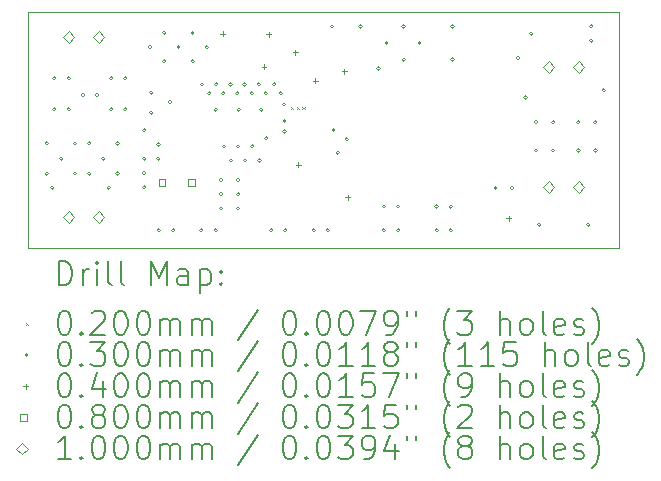
<source format=gbr>
%TF.GenerationSoftware,KiCad,Pcbnew,8.0.5*%
%TF.CreationDate,2024-10-12T18:06:36+02:00*%
%TF.ProjectId,DCDC_converter,44434443-5f63-46f6-9e76-65727465722e,rev?*%
%TF.SameCoordinates,Original*%
%TF.FileFunction,Drillmap*%
%TF.FilePolarity,Positive*%
%FSLAX45Y45*%
G04 Gerber Fmt 4.5, Leading zero omitted, Abs format (unit mm)*
G04 Created by KiCad (PCBNEW 8.0.5) date 2024-10-12 18:06:36*
%MOMM*%
%LPD*%
G01*
G04 APERTURE LIST*
%ADD10C,0.050000*%
%ADD11C,0.200000*%
%ADD12C,0.100000*%
G04 APERTURE END LIST*
D10*
X10000000Y-7000000D02*
X5000000Y-7000000D01*
X10000000Y-5000000D02*
X10000000Y-7000000D01*
X5000000Y-5000000D02*
X10000000Y-5000000D01*
X5000000Y-7000000D02*
X5000000Y-5000000D01*
D11*
D12*
X7220000Y-5805000D02*
X7240000Y-5825000D01*
X7240000Y-5805000D02*
X7220000Y-5825000D01*
X7270000Y-5805000D02*
X7290000Y-5825000D01*
X7290000Y-5805000D02*
X7270000Y-5825000D01*
X7320000Y-5805000D02*
X7340000Y-5825000D01*
X7340000Y-5805000D02*
X7320000Y-5825000D01*
X5170000Y-6115000D02*
G75*
G02*
X5140000Y-6115000I-15000J0D01*
G01*
X5140000Y-6115000D02*
G75*
G02*
X5170000Y-6115000I15000J0D01*
G01*
X5170000Y-6370000D02*
G75*
G02*
X5140000Y-6370000I-15000J0D01*
G01*
X5140000Y-6370000D02*
G75*
G02*
X5170000Y-6370000I15000J0D01*
G01*
X5215000Y-6490000D02*
G75*
G02*
X5185000Y-6490000I-15000J0D01*
G01*
X5185000Y-6490000D02*
G75*
G02*
X5215000Y-6490000I15000J0D01*
G01*
X5235000Y-5562500D02*
G75*
G02*
X5205000Y-5562500I-15000J0D01*
G01*
X5205000Y-5562500D02*
G75*
G02*
X5235000Y-5562500I15000J0D01*
G01*
X5235000Y-5825000D02*
G75*
G02*
X5205000Y-5825000I-15000J0D01*
G01*
X5205000Y-5825000D02*
G75*
G02*
X5235000Y-5825000I15000J0D01*
G01*
X5292500Y-6245000D02*
G75*
G02*
X5262500Y-6245000I-15000J0D01*
G01*
X5262500Y-6245000D02*
G75*
G02*
X5292500Y-6245000I15000J0D01*
G01*
X5355000Y-5562500D02*
G75*
G02*
X5325000Y-5562500I-15000J0D01*
G01*
X5325000Y-5562500D02*
G75*
G02*
X5355000Y-5562500I15000J0D01*
G01*
X5355000Y-5825000D02*
G75*
G02*
X5325000Y-5825000I-15000J0D01*
G01*
X5325000Y-5825000D02*
G75*
G02*
X5355000Y-5825000I15000J0D01*
G01*
X5410000Y-6115000D02*
G75*
G02*
X5380000Y-6115000I-15000J0D01*
G01*
X5380000Y-6115000D02*
G75*
G02*
X5410000Y-6115000I15000J0D01*
G01*
X5410000Y-6370000D02*
G75*
G02*
X5380000Y-6370000I-15000J0D01*
G01*
X5380000Y-6370000D02*
G75*
G02*
X5410000Y-6370000I15000J0D01*
G01*
X5475000Y-5705000D02*
G75*
G02*
X5445000Y-5705000I-15000J0D01*
G01*
X5445000Y-5705000D02*
G75*
G02*
X5475000Y-5705000I15000J0D01*
G01*
X5530000Y-6115000D02*
G75*
G02*
X5500000Y-6115000I-15000J0D01*
G01*
X5500000Y-6115000D02*
G75*
G02*
X5530000Y-6115000I15000J0D01*
G01*
X5530000Y-6370000D02*
G75*
G02*
X5500000Y-6370000I-15000J0D01*
G01*
X5500000Y-6370000D02*
G75*
G02*
X5530000Y-6370000I15000J0D01*
G01*
X5595000Y-5705000D02*
G75*
G02*
X5565000Y-5705000I-15000J0D01*
G01*
X5565000Y-5705000D02*
G75*
G02*
X5595000Y-5705000I15000J0D01*
G01*
X5650000Y-6245000D02*
G75*
G02*
X5620000Y-6245000I-15000J0D01*
G01*
X5620000Y-6245000D02*
G75*
G02*
X5650000Y-6245000I15000J0D01*
G01*
X5695000Y-6490000D02*
G75*
G02*
X5665000Y-6490000I-15000J0D01*
G01*
X5665000Y-6490000D02*
G75*
G02*
X5695000Y-6490000I15000J0D01*
G01*
X5715000Y-5562500D02*
G75*
G02*
X5685000Y-5562500I-15000J0D01*
G01*
X5685000Y-5562500D02*
G75*
G02*
X5715000Y-5562500I15000J0D01*
G01*
X5715000Y-5825000D02*
G75*
G02*
X5685000Y-5825000I-15000J0D01*
G01*
X5685000Y-5825000D02*
G75*
G02*
X5715000Y-5825000I15000J0D01*
G01*
X5770000Y-6115000D02*
G75*
G02*
X5740000Y-6115000I-15000J0D01*
G01*
X5740000Y-6115000D02*
G75*
G02*
X5770000Y-6115000I15000J0D01*
G01*
X5770000Y-6370000D02*
G75*
G02*
X5740000Y-6370000I-15000J0D01*
G01*
X5740000Y-6370000D02*
G75*
G02*
X5770000Y-6370000I15000J0D01*
G01*
X5835000Y-5562500D02*
G75*
G02*
X5805000Y-5562500I-15000J0D01*
G01*
X5805000Y-5562500D02*
G75*
G02*
X5835000Y-5562500I15000J0D01*
G01*
X5835000Y-5825000D02*
G75*
G02*
X5805000Y-5825000I-15000J0D01*
G01*
X5805000Y-5825000D02*
G75*
G02*
X5835000Y-5825000I15000J0D01*
G01*
X5995000Y-6005000D02*
G75*
G02*
X5965000Y-6005000I-15000J0D01*
G01*
X5965000Y-6005000D02*
G75*
G02*
X5995000Y-6005000I15000J0D01*
G01*
X5995000Y-6245000D02*
G75*
G02*
X5965000Y-6245000I-15000J0D01*
G01*
X5965000Y-6245000D02*
G75*
G02*
X5995000Y-6245000I15000J0D01*
G01*
X5995000Y-6365000D02*
G75*
G02*
X5965000Y-6365000I-15000J0D01*
G01*
X5965000Y-6365000D02*
G75*
G02*
X5995000Y-6365000I15000J0D01*
G01*
X5995000Y-6485000D02*
G75*
G02*
X5965000Y-6485000I-15000J0D01*
G01*
X5965000Y-6485000D02*
G75*
G02*
X5995000Y-6485000I15000J0D01*
G01*
X6045000Y-5300000D02*
G75*
G02*
X6015000Y-5300000I-15000J0D01*
G01*
X6015000Y-5300000D02*
G75*
G02*
X6045000Y-5300000I15000J0D01*
G01*
X6055000Y-5685000D02*
G75*
G02*
X6025000Y-5685000I-15000J0D01*
G01*
X6025000Y-5685000D02*
G75*
G02*
X6055000Y-5685000I15000J0D01*
G01*
X6055000Y-5855000D02*
G75*
G02*
X6025000Y-5855000I-15000J0D01*
G01*
X6025000Y-5855000D02*
G75*
G02*
X6055000Y-5855000I15000J0D01*
G01*
X6115000Y-6125000D02*
G75*
G02*
X6085000Y-6125000I-15000J0D01*
G01*
X6085000Y-6125000D02*
G75*
G02*
X6115000Y-6125000I15000J0D01*
G01*
X6115000Y-6245000D02*
G75*
G02*
X6085000Y-6245000I-15000J0D01*
G01*
X6085000Y-6245000D02*
G75*
G02*
X6115000Y-6245000I15000J0D01*
G01*
X6120000Y-6850000D02*
G75*
G02*
X6090000Y-6850000I-15000J0D01*
G01*
X6090000Y-6850000D02*
G75*
G02*
X6120000Y-6850000I15000J0D01*
G01*
X6165000Y-5180000D02*
G75*
G02*
X6135000Y-5180000I-15000J0D01*
G01*
X6135000Y-5180000D02*
G75*
G02*
X6165000Y-5180000I15000J0D01*
G01*
X6165000Y-5420000D02*
G75*
G02*
X6135000Y-5420000I-15000J0D01*
G01*
X6135000Y-5420000D02*
G75*
G02*
X6165000Y-5420000I15000J0D01*
G01*
X6215000Y-5765000D02*
G75*
G02*
X6185000Y-5765000I-15000J0D01*
G01*
X6185000Y-5765000D02*
G75*
G02*
X6215000Y-5765000I15000J0D01*
G01*
X6240000Y-6850000D02*
G75*
G02*
X6210000Y-6850000I-15000J0D01*
G01*
X6210000Y-6850000D02*
G75*
G02*
X6240000Y-6850000I15000J0D01*
G01*
X6285000Y-5300000D02*
G75*
G02*
X6255000Y-5300000I-15000J0D01*
G01*
X6255000Y-5300000D02*
G75*
G02*
X6285000Y-5300000I15000J0D01*
G01*
X6405000Y-5180000D02*
G75*
G02*
X6375000Y-5180000I-15000J0D01*
G01*
X6375000Y-5180000D02*
G75*
G02*
X6405000Y-5180000I15000J0D01*
G01*
X6405000Y-5420000D02*
G75*
G02*
X6375000Y-5420000I-15000J0D01*
G01*
X6375000Y-5420000D02*
G75*
G02*
X6405000Y-5420000I15000J0D01*
G01*
X6480000Y-6850000D02*
G75*
G02*
X6450000Y-6850000I-15000J0D01*
G01*
X6450000Y-6850000D02*
G75*
G02*
X6480000Y-6850000I15000J0D01*
G01*
X6485000Y-5615000D02*
G75*
G02*
X6455000Y-5615000I-15000J0D01*
G01*
X6455000Y-5615000D02*
G75*
G02*
X6485000Y-5615000I15000J0D01*
G01*
X6525000Y-5300000D02*
G75*
G02*
X6495000Y-5300000I-15000J0D01*
G01*
X6495000Y-5300000D02*
G75*
G02*
X6525000Y-5300000I15000J0D01*
G01*
X6545000Y-5690000D02*
G75*
G02*
X6515000Y-5690000I-15000J0D01*
G01*
X6515000Y-5690000D02*
G75*
G02*
X6545000Y-5690000I15000J0D01*
G01*
X6600000Y-5830000D02*
G75*
G02*
X6570000Y-5830000I-15000J0D01*
G01*
X6570000Y-5830000D02*
G75*
G02*
X6600000Y-5830000I15000J0D01*
G01*
X6600000Y-6850000D02*
G75*
G02*
X6570000Y-6850000I-15000J0D01*
G01*
X6570000Y-6850000D02*
G75*
G02*
X6600000Y-6850000I15000J0D01*
G01*
X6605000Y-5615000D02*
G75*
G02*
X6575000Y-5615000I-15000J0D01*
G01*
X6575000Y-5615000D02*
G75*
G02*
X6605000Y-5615000I15000J0D01*
G01*
X6645000Y-6425000D02*
G75*
G02*
X6615000Y-6425000I-15000J0D01*
G01*
X6615000Y-6425000D02*
G75*
G02*
X6645000Y-6425000I15000J0D01*
G01*
X6645000Y-6545000D02*
G75*
G02*
X6615000Y-6545000I-15000J0D01*
G01*
X6615000Y-6545000D02*
G75*
G02*
X6645000Y-6545000I15000J0D01*
G01*
X6645000Y-6665000D02*
G75*
G02*
X6615000Y-6665000I-15000J0D01*
G01*
X6615000Y-6665000D02*
G75*
G02*
X6645000Y-6665000I15000J0D01*
G01*
X6665000Y-5690000D02*
G75*
G02*
X6635000Y-5690000I-15000J0D01*
G01*
X6635000Y-5690000D02*
G75*
G02*
X6665000Y-5690000I15000J0D01*
G01*
X6670000Y-6140000D02*
G75*
G02*
X6640000Y-6140000I-15000J0D01*
G01*
X6640000Y-6140000D02*
G75*
G02*
X6670000Y-6140000I15000J0D01*
G01*
X6725000Y-5615000D02*
G75*
G02*
X6695000Y-5615000I-15000J0D01*
G01*
X6695000Y-5615000D02*
G75*
G02*
X6725000Y-5615000I15000J0D01*
G01*
X6730000Y-6260000D02*
G75*
G02*
X6700000Y-6260000I-15000J0D01*
G01*
X6700000Y-6260000D02*
G75*
G02*
X6730000Y-6260000I15000J0D01*
G01*
X6785000Y-5690000D02*
G75*
G02*
X6755000Y-5690000I-15000J0D01*
G01*
X6755000Y-5690000D02*
G75*
G02*
X6785000Y-5690000I15000J0D01*
G01*
X6790000Y-6140000D02*
G75*
G02*
X6760000Y-6140000I-15000J0D01*
G01*
X6760000Y-6140000D02*
G75*
G02*
X6790000Y-6140000I15000J0D01*
G01*
X6790000Y-6425000D02*
G75*
G02*
X6760000Y-6425000I-15000J0D01*
G01*
X6760000Y-6425000D02*
G75*
G02*
X6790000Y-6425000I15000J0D01*
G01*
X6790000Y-6545000D02*
G75*
G02*
X6760000Y-6545000I-15000J0D01*
G01*
X6760000Y-6545000D02*
G75*
G02*
X6790000Y-6545000I15000J0D01*
G01*
X6790000Y-6665000D02*
G75*
G02*
X6760000Y-6665000I-15000J0D01*
G01*
X6760000Y-6665000D02*
G75*
G02*
X6790000Y-6665000I15000J0D01*
G01*
X6795000Y-5830000D02*
G75*
G02*
X6765000Y-5830000I-15000J0D01*
G01*
X6765000Y-5830000D02*
G75*
G02*
X6795000Y-5830000I15000J0D01*
G01*
X6845000Y-5615000D02*
G75*
G02*
X6815000Y-5615000I-15000J0D01*
G01*
X6815000Y-5615000D02*
G75*
G02*
X6845000Y-5615000I15000J0D01*
G01*
X6850000Y-6260000D02*
G75*
G02*
X6820000Y-6260000I-15000J0D01*
G01*
X6820000Y-6260000D02*
G75*
G02*
X6850000Y-6260000I15000J0D01*
G01*
X6905000Y-5690000D02*
G75*
G02*
X6875000Y-5690000I-15000J0D01*
G01*
X6875000Y-5690000D02*
G75*
G02*
X6905000Y-5690000I15000J0D01*
G01*
X6910000Y-6140000D02*
G75*
G02*
X6880000Y-6140000I-15000J0D01*
G01*
X6880000Y-6140000D02*
G75*
G02*
X6910000Y-6140000I15000J0D01*
G01*
X6965000Y-5615000D02*
G75*
G02*
X6935000Y-5615000I-15000J0D01*
G01*
X6935000Y-5615000D02*
G75*
G02*
X6965000Y-5615000I15000J0D01*
G01*
X6970000Y-6260000D02*
G75*
G02*
X6940000Y-6260000I-15000J0D01*
G01*
X6940000Y-6260000D02*
G75*
G02*
X6970000Y-6260000I15000J0D01*
G01*
X6985000Y-5830000D02*
G75*
G02*
X6955000Y-5830000I-15000J0D01*
G01*
X6955000Y-5830000D02*
G75*
G02*
X6985000Y-5830000I15000J0D01*
G01*
X7025000Y-5690000D02*
G75*
G02*
X6995000Y-5690000I-15000J0D01*
G01*
X6995000Y-5690000D02*
G75*
G02*
X7025000Y-5690000I15000J0D01*
G01*
X7027500Y-6072500D02*
G75*
G02*
X6997500Y-6072500I-15000J0D01*
G01*
X6997500Y-6072500D02*
G75*
G02*
X7027500Y-6072500I15000J0D01*
G01*
X7070000Y-6850000D02*
G75*
G02*
X7040000Y-6850000I-15000J0D01*
G01*
X7040000Y-6850000D02*
G75*
G02*
X7070000Y-6850000I15000J0D01*
G01*
X7095000Y-5615000D02*
G75*
G02*
X7065000Y-5615000I-15000J0D01*
G01*
X7065000Y-5615000D02*
G75*
G02*
X7095000Y-5615000I15000J0D01*
G01*
X7150000Y-5690000D02*
G75*
G02*
X7120000Y-5690000I-15000J0D01*
G01*
X7120000Y-5690000D02*
G75*
G02*
X7150000Y-5690000I15000J0D01*
G01*
X7180000Y-5785000D02*
G75*
G02*
X7150000Y-5785000I-15000J0D01*
G01*
X7150000Y-5785000D02*
G75*
G02*
X7180000Y-5785000I15000J0D01*
G01*
X7182500Y-5925000D02*
G75*
G02*
X7152500Y-5925000I-15000J0D01*
G01*
X7152500Y-5925000D02*
G75*
G02*
X7182500Y-5925000I15000J0D01*
G01*
X7182500Y-6015000D02*
G75*
G02*
X7152500Y-6015000I-15000J0D01*
G01*
X7152500Y-6015000D02*
G75*
G02*
X7182500Y-6015000I15000J0D01*
G01*
X7190000Y-6850000D02*
G75*
G02*
X7160000Y-6850000I-15000J0D01*
G01*
X7160000Y-6850000D02*
G75*
G02*
X7190000Y-6850000I15000J0D01*
G01*
X7430000Y-6850000D02*
G75*
G02*
X7400000Y-6850000I-15000J0D01*
G01*
X7400000Y-6850000D02*
G75*
G02*
X7430000Y-6850000I15000J0D01*
G01*
X7550000Y-6850000D02*
G75*
G02*
X7520000Y-6850000I-15000J0D01*
G01*
X7520000Y-6850000D02*
G75*
G02*
X7550000Y-6850000I15000J0D01*
G01*
X7585000Y-5125000D02*
G75*
G02*
X7555000Y-5125000I-15000J0D01*
G01*
X7555000Y-5125000D02*
G75*
G02*
X7585000Y-5125000I15000J0D01*
G01*
X7597500Y-6002500D02*
G75*
G02*
X7567500Y-6002500I-15000J0D01*
G01*
X7567500Y-6002500D02*
G75*
G02*
X7597500Y-6002500I15000J0D01*
G01*
X7633750Y-6195000D02*
G75*
G02*
X7603750Y-6195000I-15000J0D01*
G01*
X7603750Y-6195000D02*
G75*
G02*
X7633750Y-6195000I15000J0D01*
G01*
X7708750Y-6080000D02*
G75*
G02*
X7678750Y-6080000I-15000J0D01*
G01*
X7678750Y-6080000D02*
G75*
G02*
X7708750Y-6080000I15000J0D01*
G01*
X7825000Y-5125000D02*
G75*
G02*
X7795000Y-5125000I-15000J0D01*
G01*
X7795000Y-5125000D02*
G75*
G02*
X7825000Y-5125000I15000J0D01*
G01*
X7980000Y-5480000D02*
G75*
G02*
X7950000Y-5480000I-15000J0D01*
G01*
X7950000Y-5480000D02*
G75*
G02*
X7980000Y-5480000I15000J0D01*
G01*
X8025000Y-6650000D02*
G75*
G02*
X7995000Y-6650000I-15000J0D01*
G01*
X7995000Y-6650000D02*
G75*
G02*
X8025000Y-6650000I15000J0D01*
G01*
X8025000Y-6850000D02*
G75*
G02*
X7995000Y-6850000I-15000J0D01*
G01*
X7995000Y-6850000D02*
G75*
G02*
X8025000Y-6850000I15000J0D01*
G01*
X8047500Y-5265000D02*
G75*
G02*
X8017500Y-5265000I-15000J0D01*
G01*
X8017500Y-5265000D02*
G75*
G02*
X8047500Y-5265000I15000J0D01*
G01*
X8145000Y-6650000D02*
G75*
G02*
X8115000Y-6650000I-15000J0D01*
G01*
X8115000Y-6650000D02*
G75*
G02*
X8145000Y-6650000I15000J0D01*
G01*
X8145000Y-6850000D02*
G75*
G02*
X8115000Y-6850000I-15000J0D01*
G01*
X8115000Y-6850000D02*
G75*
G02*
X8145000Y-6850000I15000J0D01*
G01*
X8192500Y-5125000D02*
G75*
G02*
X8162500Y-5125000I-15000J0D01*
G01*
X8162500Y-5125000D02*
G75*
G02*
X8192500Y-5125000I15000J0D01*
G01*
X8192500Y-5405000D02*
G75*
G02*
X8162500Y-5405000I-15000J0D01*
G01*
X8162500Y-5405000D02*
G75*
G02*
X8192500Y-5405000I15000J0D01*
G01*
X8327500Y-5265000D02*
G75*
G02*
X8297500Y-5265000I-15000J0D01*
G01*
X8297500Y-5265000D02*
G75*
G02*
X8327500Y-5265000I15000J0D01*
G01*
X8470000Y-6650000D02*
G75*
G02*
X8440000Y-6650000I-15000J0D01*
G01*
X8440000Y-6650000D02*
G75*
G02*
X8470000Y-6650000I15000J0D01*
G01*
X8470000Y-6850000D02*
G75*
G02*
X8440000Y-6850000I-15000J0D01*
G01*
X8440000Y-6850000D02*
G75*
G02*
X8470000Y-6850000I15000J0D01*
G01*
X8590000Y-6650000D02*
G75*
G02*
X8560000Y-6650000I-15000J0D01*
G01*
X8560000Y-6650000D02*
G75*
G02*
X8590000Y-6650000I15000J0D01*
G01*
X8590000Y-6850000D02*
G75*
G02*
X8560000Y-6850000I-15000J0D01*
G01*
X8560000Y-6850000D02*
G75*
G02*
X8590000Y-6850000I15000J0D01*
G01*
X8605000Y-5125000D02*
G75*
G02*
X8575000Y-5125000I-15000J0D01*
G01*
X8575000Y-5125000D02*
G75*
G02*
X8605000Y-5125000I15000J0D01*
G01*
X8605000Y-5405000D02*
G75*
G02*
X8575000Y-5405000I-15000J0D01*
G01*
X8575000Y-5405000D02*
G75*
G02*
X8605000Y-5405000I15000J0D01*
G01*
X8970000Y-6492500D02*
G75*
G02*
X8940000Y-6492500I-15000J0D01*
G01*
X8940000Y-6492500D02*
G75*
G02*
X8970000Y-6492500I15000J0D01*
G01*
X9107500Y-6492500D02*
G75*
G02*
X9077500Y-6492500I-15000J0D01*
G01*
X9077500Y-6492500D02*
G75*
G02*
X9107500Y-6492500I15000J0D01*
G01*
X9160000Y-5390000D02*
G75*
G02*
X9130000Y-5390000I-15000J0D01*
G01*
X9130000Y-5390000D02*
G75*
G02*
X9160000Y-5390000I15000J0D01*
G01*
X9222500Y-5725000D02*
G75*
G02*
X9192500Y-5725000I-15000J0D01*
G01*
X9192500Y-5725000D02*
G75*
G02*
X9222500Y-5725000I15000J0D01*
G01*
X9272500Y-5185000D02*
G75*
G02*
X9242500Y-5185000I-15000J0D01*
G01*
X9242500Y-5185000D02*
G75*
G02*
X9272500Y-5185000I15000J0D01*
G01*
X9312500Y-5935000D02*
G75*
G02*
X9282500Y-5935000I-15000J0D01*
G01*
X9282500Y-5935000D02*
G75*
G02*
X9312500Y-5935000I15000J0D01*
G01*
X9312500Y-6175000D02*
G75*
G02*
X9282500Y-6175000I-15000J0D01*
G01*
X9282500Y-6175000D02*
G75*
G02*
X9312500Y-6175000I15000J0D01*
G01*
X9340000Y-6802500D02*
G75*
G02*
X9310000Y-6802500I-15000J0D01*
G01*
X9310000Y-6802500D02*
G75*
G02*
X9340000Y-6802500I15000J0D01*
G01*
X9457500Y-5935000D02*
G75*
G02*
X9427500Y-5935000I-15000J0D01*
G01*
X9427500Y-5935000D02*
G75*
G02*
X9457500Y-5935000I15000J0D01*
G01*
X9457500Y-6175000D02*
G75*
G02*
X9427500Y-6175000I-15000J0D01*
G01*
X9427500Y-6175000D02*
G75*
G02*
X9457500Y-6175000I15000J0D01*
G01*
X9670000Y-5935000D02*
G75*
G02*
X9640000Y-5935000I-15000J0D01*
G01*
X9640000Y-5935000D02*
G75*
G02*
X9670000Y-5935000I15000J0D01*
G01*
X9670000Y-6175000D02*
G75*
G02*
X9640000Y-6175000I-15000J0D01*
G01*
X9640000Y-6175000D02*
G75*
G02*
X9670000Y-6175000I15000J0D01*
G01*
X9755000Y-6802500D02*
G75*
G02*
X9725000Y-6802500I-15000J0D01*
G01*
X9725000Y-6802500D02*
G75*
G02*
X9755000Y-6802500I15000J0D01*
G01*
X9780000Y-5125000D02*
G75*
G02*
X9750000Y-5125000I-15000J0D01*
G01*
X9750000Y-5125000D02*
G75*
G02*
X9780000Y-5125000I15000J0D01*
G01*
X9780000Y-5245000D02*
G75*
G02*
X9750000Y-5245000I-15000J0D01*
G01*
X9750000Y-5245000D02*
G75*
G02*
X9780000Y-5245000I15000J0D01*
G01*
X9815000Y-5935000D02*
G75*
G02*
X9785000Y-5935000I-15000J0D01*
G01*
X9785000Y-5935000D02*
G75*
G02*
X9815000Y-5935000I15000J0D01*
G01*
X9815000Y-6175000D02*
G75*
G02*
X9785000Y-6175000I-15000J0D01*
G01*
X9785000Y-6175000D02*
G75*
G02*
X9815000Y-6175000I15000J0D01*
G01*
X9885000Y-5665000D02*
G75*
G02*
X9855000Y-5665000I-15000J0D01*
G01*
X9855000Y-5665000D02*
G75*
G02*
X9885000Y-5665000I15000J0D01*
G01*
X6645000Y-5165000D02*
X6645000Y-5205000D01*
X6625000Y-5185000D02*
X6665000Y-5185000D01*
X6995000Y-5445000D02*
X6995000Y-5485000D01*
X6975000Y-5465000D02*
X7015000Y-5465000D01*
X7033750Y-5171250D02*
X7033750Y-5211250D01*
X7013750Y-5191250D02*
X7053750Y-5191250D01*
X7258750Y-5325000D02*
X7258750Y-5365000D01*
X7238750Y-5345000D02*
X7278750Y-5345000D01*
X7285000Y-6275000D02*
X7285000Y-6315000D01*
X7265000Y-6295000D02*
X7305000Y-6295000D01*
X7428750Y-5563750D02*
X7428750Y-5603750D01*
X7408750Y-5583750D02*
X7448750Y-5583750D01*
X7673750Y-5485000D02*
X7673750Y-5525000D01*
X7653750Y-5505000D02*
X7693750Y-5505000D01*
X7703750Y-6550000D02*
X7703750Y-6590000D01*
X7683750Y-6570000D02*
X7723750Y-6570000D01*
X9065000Y-6730000D02*
X9065000Y-6770000D01*
X9045000Y-6750000D02*
X9085000Y-6750000D01*
X6160034Y-6472284D02*
X6160034Y-6415715D01*
X6103465Y-6415715D01*
X6103465Y-6472284D01*
X6160034Y-6472284D01*
X6410034Y-6472284D02*
X6410034Y-6415715D01*
X6353465Y-6415715D01*
X6353465Y-6472284D01*
X6410034Y-6472284D01*
X5339750Y-5263000D02*
X5389750Y-5213000D01*
X5339750Y-5163000D01*
X5289750Y-5213000D01*
X5339750Y-5263000D01*
X5339750Y-6787000D02*
X5389750Y-6737000D01*
X5339750Y-6687000D01*
X5289750Y-6737000D01*
X5339750Y-6787000D01*
X5593750Y-5263000D02*
X5643750Y-5213000D01*
X5593750Y-5163000D01*
X5543750Y-5213000D01*
X5593750Y-5263000D01*
X5593750Y-6787000D02*
X5643750Y-6737000D01*
X5593750Y-6687000D01*
X5543750Y-6737000D01*
X5593750Y-6787000D01*
X9403750Y-5517000D02*
X9453750Y-5467000D01*
X9403750Y-5417000D01*
X9353750Y-5467000D01*
X9403750Y-5517000D01*
X9403750Y-6533000D02*
X9453750Y-6483000D01*
X9403750Y-6433000D01*
X9353750Y-6483000D01*
X9403750Y-6533000D01*
X9657750Y-5517000D02*
X9707750Y-5467000D01*
X9657750Y-5417000D01*
X9607750Y-5467000D01*
X9657750Y-5517000D01*
X9657750Y-6533000D02*
X9707750Y-6483000D01*
X9657750Y-6433000D01*
X9607750Y-6483000D01*
X9657750Y-6533000D01*
D11*
X5258277Y-7313984D02*
X5258277Y-7113984D01*
X5258277Y-7113984D02*
X5305896Y-7113984D01*
X5305896Y-7113984D02*
X5334467Y-7123508D01*
X5334467Y-7123508D02*
X5353515Y-7142555D01*
X5353515Y-7142555D02*
X5363039Y-7161603D01*
X5363039Y-7161603D02*
X5372563Y-7199698D01*
X5372563Y-7199698D02*
X5372563Y-7228269D01*
X5372563Y-7228269D02*
X5363039Y-7266365D01*
X5363039Y-7266365D02*
X5353515Y-7285412D01*
X5353515Y-7285412D02*
X5334467Y-7304460D01*
X5334467Y-7304460D02*
X5305896Y-7313984D01*
X5305896Y-7313984D02*
X5258277Y-7313984D01*
X5458277Y-7313984D02*
X5458277Y-7180650D01*
X5458277Y-7218746D02*
X5467801Y-7199698D01*
X5467801Y-7199698D02*
X5477324Y-7190174D01*
X5477324Y-7190174D02*
X5496372Y-7180650D01*
X5496372Y-7180650D02*
X5515420Y-7180650D01*
X5582086Y-7313984D02*
X5582086Y-7180650D01*
X5582086Y-7113984D02*
X5572563Y-7123508D01*
X5572563Y-7123508D02*
X5582086Y-7133031D01*
X5582086Y-7133031D02*
X5591610Y-7123508D01*
X5591610Y-7123508D02*
X5582086Y-7113984D01*
X5582086Y-7113984D02*
X5582086Y-7133031D01*
X5705896Y-7313984D02*
X5686848Y-7304460D01*
X5686848Y-7304460D02*
X5677324Y-7285412D01*
X5677324Y-7285412D02*
X5677324Y-7113984D01*
X5810658Y-7313984D02*
X5791610Y-7304460D01*
X5791610Y-7304460D02*
X5782086Y-7285412D01*
X5782086Y-7285412D02*
X5782086Y-7113984D01*
X6039229Y-7313984D02*
X6039229Y-7113984D01*
X6039229Y-7113984D02*
X6105896Y-7256841D01*
X6105896Y-7256841D02*
X6172562Y-7113984D01*
X6172562Y-7113984D02*
X6172562Y-7313984D01*
X6353515Y-7313984D02*
X6353515Y-7209222D01*
X6353515Y-7209222D02*
X6343991Y-7190174D01*
X6343991Y-7190174D02*
X6324943Y-7180650D01*
X6324943Y-7180650D02*
X6286848Y-7180650D01*
X6286848Y-7180650D02*
X6267801Y-7190174D01*
X6353515Y-7304460D02*
X6334467Y-7313984D01*
X6334467Y-7313984D02*
X6286848Y-7313984D01*
X6286848Y-7313984D02*
X6267801Y-7304460D01*
X6267801Y-7304460D02*
X6258277Y-7285412D01*
X6258277Y-7285412D02*
X6258277Y-7266365D01*
X6258277Y-7266365D02*
X6267801Y-7247317D01*
X6267801Y-7247317D02*
X6286848Y-7237793D01*
X6286848Y-7237793D02*
X6334467Y-7237793D01*
X6334467Y-7237793D02*
X6353515Y-7228269D01*
X6448753Y-7180650D02*
X6448753Y-7380650D01*
X6448753Y-7190174D02*
X6467801Y-7180650D01*
X6467801Y-7180650D02*
X6505896Y-7180650D01*
X6505896Y-7180650D02*
X6524943Y-7190174D01*
X6524943Y-7190174D02*
X6534467Y-7199698D01*
X6534467Y-7199698D02*
X6543991Y-7218746D01*
X6543991Y-7218746D02*
X6543991Y-7275888D01*
X6543991Y-7275888D02*
X6534467Y-7294936D01*
X6534467Y-7294936D02*
X6524943Y-7304460D01*
X6524943Y-7304460D02*
X6505896Y-7313984D01*
X6505896Y-7313984D02*
X6467801Y-7313984D01*
X6467801Y-7313984D02*
X6448753Y-7304460D01*
X6629705Y-7294936D02*
X6639229Y-7304460D01*
X6639229Y-7304460D02*
X6629705Y-7313984D01*
X6629705Y-7313984D02*
X6620182Y-7304460D01*
X6620182Y-7304460D02*
X6629705Y-7294936D01*
X6629705Y-7294936D02*
X6629705Y-7313984D01*
X6629705Y-7190174D02*
X6639229Y-7199698D01*
X6639229Y-7199698D02*
X6629705Y-7209222D01*
X6629705Y-7209222D02*
X6620182Y-7199698D01*
X6620182Y-7199698D02*
X6629705Y-7190174D01*
X6629705Y-7190174D02*
X6629705Y-7209222D01*
D12*
X4977500Y-7632500D02*
X4997500Y-7652500D01*
X4997500Y-7632500D02*
X4977500Y-7652500D01*
D11*
X5296372Y-7533984D02*
X5315420Y-7533984D01*
X5315420Y-7533984D02*
X5334467Y-7543508D01*
X5334467Y-7543508D02*
X5343991Y-7553031D01*
X5343991Y-7553031D02*
X5353515Y-7572079D01*
X5353515Y-7572079D02*
X5363039Y-7610174D01*
X5363039Y-7610174D02*
X5363039Y-7657793D01*
X5363039Y-7657793D02*
X5353515Y-7695888D01*
X5353515Y-7695888D02*
X5343991Y-7714936D01*
X5343991Y-7714936D02*
X5334467Y-7724460D01*
X5334467Y-7724460D02*
X5315420Y-7733984D01*
X5315420Y-7733984D02*
X5296372Y-7733984D01*
X5296372Y-7733984D02*
X5277324Y-7724460D01*
X5277324Y-7724460D02*
X5267801Y-7714936D01*
X5267801Y-7714936D02*
X5258277Y-7695888D01*
X5258277Y-7695888D02*
X5248753Y-7657793D01*
X5248753Y-7657793D02*
X5248753Y-7610174D01*
X5248753Y-7610174D02*
X5258277Y-7572079D01*
X5258277Y-7572079D02*
X5267801Y-7553031D01*
X5267801Y-7553031D02*
X5277324Y-7543508D01*
X5277324Y-7543508D02*
X5296372Y-7533984D01*
X5448753Y-7714936D02*
X5458277Y-7724460D01*
X5458277Y-7724460D02*
X5448753Y-7733984D01*
X5448753Y-7733984D02*
X5439229Y-7724460D01*
X5439229Y-7724460D02*
X5448753Y-7714936D01*
X5448753Y-7714936D02*
X5448753Y-7733984D01*
X5534467Y-7553031D02*
X5543991Y-7543508D01*
X5543991Y-7543508D02*
X5563039Y-7533984D01*
X5563039Y-7533984D02*
X5610658Y-7533984D01*
X5610658Y-7533984D02*
X5629705Y-7543508D01*
X5629705Y-7543508D02*
X5639229Y-7553031D01*
X5639229Y-7553031D02*
X5648753Y-7572079D01*
X5648753Y-7572079D02*
X5648753Y-7591127D01*
X5648753Y-7591127D02*
X5639229Y-7619698D01*
X5639229Y-7619698D02*
X5524944Y-7733984D01*
X5524944Y-7733984D02*
X5648753Y-7733984D01*
X5772562Y-7533984D02*
X5791610Y-7533984D01*
X5791610Y-7533984D02*
X5810658Y-7543508D01*
X5810658Y-7543508D02*
X5820182Y-7553031D01*
X5820182Y-7553031D02*
X5829705Y-7572079D01*
X5829705Y-7572079D02*
X5839229Y-7610174D01*
X5839229Y-7610174D02*
X5839229Y-7657793D01*
X5839229Y-7657793D02*
X5829705Y-7695888D01*
X5829705Y-7695888D02*
X5820182Y-7714936D01*
X5820182Y-7714936D02*
X5810658Y-7724460D01*
X5810658Y-7724460D02*
X5791610Y-7733984D01*
X5791610Y-7733984D02*
X5772562Y-7733984D01*
X5772562Y-7733984D02*
X5753515Y-7724460D01*
X5753515Y-7724460D02*
X5743991Y-7714936D01*
X5743991Y-7714936D02*
X5734467Y-7695888D01*
X5734467Y-7695888D02*
X5724943Y-7657793D01*
X5724943Y-7657793D02*
X5724943Y-7610174D01*
X5724943Y-7610174D02*
X5734467Y-7572079D01*
X5734467Y-7572079D02*
X5743991Y-7553031D01*
X5743991Y-7553031D02*
X5753515Y-7543508D01*
X5753515Y-7543508D02*
X5772562Y-7533984D01*
X5963039Y-7533984D02*
X5982086Y-7533984D01*
X5982086Y-7533984D02*
X6001134Y-7543508D01*
X6001134Y-7543508D02*
X6010658Y-7553031D01*
X6010658Y-7553031D02*
X6020182Y-7572079D01*
X6020182Y-7572079D02*
X6029705Y-7610174D01*
X6029705Y-7610174D02*
X6029705Y-7657793D01*
X6029705Y-7657793D02*
X6020182Y-7695888D01*
X6020182Y-7695888D02*
X6010658Y-7714936D01*
X6010658Y-7714936D02*
X6001134Y-7724460D01*
X6001134Y-7724460D02*
X5982086Y-7733984D01*
X5982086Y-7733984D02*
X5963039Y-7733984D01*
X5963039Y-7733984D02*
X5943991Y-7724460D01*
X5943991Y-7724460D02*
X5934467Y-7714936D01*
X5934467Y-7714936D02*
X5924943Y-7695888D01*
X5924943Y-7695888D02*
X5915420Y-7657793D01*
X5915420Y-7657793D02*
X5915420Y-7610174D01*
X5915420Y-7610174D02*
X5924943Y-7572079D01*
X5924943Y-7572079D02*
X5934467Y-7553031D01*
X5934467Y-7553031D02*
X5943991Y-7543508D01*
X5943991Y-7543508D02*
X5963039Y-7533984D01*
X6115420Y-7733984D02*
X6115420Y-7600650D01*
X6115420Y-7619698D02*
X6124943Y-7610174D01*
X6124943Y-7610174D02*
X6143991Y-7600650D01*
X6143991Y-7600650D02*
X6172563Y-7600650D01*
X6172563Y-7600650D02*
X6191610Y-7610174D01*
X6191610Y-7610174D02*
X6201134Y-7629222D01*
X6201134Y-7629222D02*
X6201134Y-7733984D01*
X6201134Y-7629222D02*
X6210658Y-7610174D01*
X6210658Y-7610174D02*
X6229705Y-7600650D01*
X6229705Y-7600650D02*
X6258277Y-7600650D01*
X6258277Y-7600650D02*
X6277324Y-7610174D01*
X6277324Y-7610174D02*
X6286848Y-7629222D01*
X6286848Y-7629222D02*
X6286848Y-7733984D01*
X6382086Y-7733984D02*
X6382086Y-7600650D01*
X6382086Y-7619698D02*
X6391610Y-7610174D01*
X6391610Y-7610174D02*
X6410658Y-7600650D01*
X6410658Y-7600650D02*
X6439229Y-7600650D01*
X6439229Y-7600650D02*
X6458277Y-7610174D01*
X6458277Y-7610174D02*
X6467801Y-7629222D01*
X6467801Y-7629222D02*
X6467801Y-7733984D01*
X6467801Y-7629222D02*
X6477324Y-7610174D01*
X6477324Y-7610174D02*
X6496372Y-7600650D01*
X6496372Y-7600650D02*
X6524943Y-7600650D01*
X6524943Y-7600650D02*
X6543991Y-7610174D01*
X6543991Y-7610174D02*
X6553515Y-7629222D01*
X6553515Y-7629222D02*
X6553515Y-7733984D01*
X6943991Y-7524460D02*
X6772563Y-7781603D01*
X7201134Y-7533984D02*
X7220182Y-7533984D01*
X7220182Y-7533984D02*
X7239229Y-7543508D01*
X7239229Y-7543508D02*
X7248753Y-7553031D01*
X7248753Y-7553031D02*
X7258277Y-7572079D01*
X7258277Y-7572079D02*
X7267801Y-7610174D01*
X7267801Y-7610174D02*
X7267801Y-7657793D01*
X7267801Y-7657793D02*
X7258277Y-7695888D01*
X7258277Y-7695888D02*
X7248753Y-7714936D01*
X7248753Y-7714936D02*
X7239229Y-7724460D01*
X7239229Y-7724460D02*
X7220182Y-7733984D01*
X7220182Y-7733984D02*
X7201134Y-7733984D01*
X7201134Y-7733984D02*
X7182086Y-7724460D01*
X7182086Y-7724460D02*
X7172563Y-7714936D01*
X7172563Y-7714936D02*
X7163039Y-7695888D01*
X7163039Y-7695888D02*
X7153515Y-7657793D01*
X7153515Y-7657793D02*
X7153515Y-7610174D01*
X7153515Y-7610174D02*
X7163039Y-7572079D01*
X7163039Y-7572079D02*
X7172563Y-7553031D01*
X7172563Y-7553031D02*
X7182086Y-7543508D01*
X7182086Y-7543508D02*
X7201134Y-7533984D01*
X7353515Y-7714936D02*
X7363039Y-7724460D01*
X7363039Y-7724460D02*
X7353515Y-7733984D01*
X7353515Y-7733984D02*
X7343991Y-7724460D01*
X7343991Y-7724460D02*
X7353515Y-7714936D01*
X7353515Y-7714936D02*
X7353515Y-7733984D01*
X7486848Y-7533984D02*
X7505896Y-7533984D01*
X7505896Y-7533984D02*
X7524944Y-7543508D01*
X7524944Y-7543508D02*
X7534467Y-7553031D01*
X7534467Y-7553031D02*
X7543991Y-7572079D01*
X7543991Y-7572079D02*
X7553515Y-7610174D01*
X7553515Y-7610174D02*
X7553515Y-7657793D01*
X7553515Y-7657793D02*
X7543991Y-7695888D01*
X7543991Y-7695888D02*
X7534467Y-7714936D01*
X7534467Y-7714936D02*
X7524944Y-7724460D01*
X7524944Y-7724460D02*
X7505896Y-7733984D01*
X7505896Y-7733984D02*
X7486848Y-7733984D01*
X7486848Y-7733984D02*
X7467801Y-7724460D01*
X7467801Y-7724460D02*
X7458277Y-7714936D01*
X7458277Y-7714936D02*
X7448753Y-7695888D01*
X7448753Y-7695888D02*
X7439229Y-7657793D01*
X7439229Y-7657793D02*
X7439229Y-7610174D01*
X7439229Y-7610174D02*
X7448753Y-7572079D01*
X7448753Y-7572079D02*
X7458277Y-7553031D01*
X7458277Y-7553031D02*
X7467801Y-7543508D01*
X7467801Y-7543508D02*
X7486848Y-7533984D01*
X7677325Y-7533984D02*
X7696372Y-7533984D01*
X7696372Y-7533984D02*
X7715420Y-7543508D01*
X7715420Y-7543508D02*
X7724944Y-7553031D01*
X7724944Y-7553031D02*
X7734467Y-7572079D01*
X7734467Y-7572079D02*
X7743991Y-7610174D01*
X7743991Y-7610174D02*
X7743991Y-7657793D01*
X7743991Y-7657793D02*
X7734467Y-7695888D01*
X7734467Y-7695888D02*
X7724944Y-7714936D01*
X7724944Y-7714936D02*
X7715420Y-7724460D01*
X7715420Y-7724460D02*
X7696372Y-7733984D01*
X7696372Y-7733984D02*
X7677325Y-7733984D01*
X7677325Y-7733984D02*
X7658277Y-7724460D01*
X7658277Y-7724460D02*
X7648753Y-7714936D01*
X7648753Y-7714936D02*
X7639229Y-7695888D01*
X7639229Y-7695888D02*
X7629706Y-7657793D01*
X7629706Y-7657793D02*
X7629706Y-7610174D01*
X7629706Y-7610174D02*
X7639229Y-7572079D01*
X7639229Y-7572079D02*
X7648753Y-7553031D01*
X7648753Y-7553031D02*
X7658277Y-7543508D01*
X7658277Y-7543508D02*
X7677325Y-7533984D01*
X7810658Y-7533984D02*
X7943991Y-7533984D01*
X7943991Y-7533984D02*
X7858277Y-7733984D01*
X8029706Y-7733984D02*
X8067801Y-7733984D01*
X8067801Y-7733984D02*
X8086848Y-7724460D01*
X8086848Y-7724460D02*
X8096372Y-7714936D01*
X8096372Y-7714936D02*
X8115420Y-7686365D01*
X8115420Y-7686365D02*
X8124944Y-7648269D01*
X8124944Y-7648269D02*
X8124944Y-7572079D01*
X8124944Y-7572079D02*
X8115420Y-7553031D01*
X8115420Y-7553031D02*
X8105896Y-7543508D01*
X8105896Y-7543508D02*
X8086848Y-7533984D01*
X8086848Y-7533984D02*
X8048753Y-7533984D01*
X8048753Y-7533984D02*
X8029706Y-7543508D01*
X8029706Y-7543508D02*
X8020182Y-7553031D01*
X8020182Y-7553031D02*
X8010658Y-7572079D01*
X8010658Y-7572079D02*
X8010658Y-7619698D01*
X8010658Y-7619698D02*
X8020182Y-7638746D01*
X8020182Y-7638746D02*
X8029706Y-7648269D01*
X8029706Y-7648269D02*
X8048753Y-7657793D01*
X8048753Y-7657793D02*
X8086848Y-7657793D01*
X8086848Y-7657793D02*
X8105896Y-7648269D01*
X8105896Y-7648269D02*
X8115420Y-7638746D01*
X8115420Y-7638746D02*
X8124944Y-7619698D01*
X8201134Y-7533984D02*
X8201134Y-7572079D01*
X8277325Y-7533984D02*
X8277325Y-7572079D01*
X8572563Y-7810174D02*
X8563039Y-7800650D01*
X8563039Y-7800650D02*
X8543991Y-7772079D01*
X8543991Y-7772079D02*
X8534468Y-7753031D01*
X8534468Y-7753031D02*
X8524944Y-7724460D01*
X8524944Y-7724460D02*
X8515420Y-7676841D01*
X8515420Y-7676841D02*
X8515420Y-7638746D01*
X8515420Y-7638746D02*
X8524944Y-7591127D01*
X8524944Y-7591127D02*
X8534468Y-7562555D01*
X8534468Y-7562555D02*
X8543991Y-7543508D01*
X8543991Y-7543508D02*
X8563039Y-7514936D01*
X8563039Y-7514936D02*
X8572563Y-7505412D01*
X8629706Y-7533984D02*
X8753515Y-7533984D01*
X8753515Y-7533984D02*
X8686849Y-7610174D01*
X8686849Y-7610174D02*
X8715420Y-7610174D01*
X8715420Y-7610174D02*
X8734468Y-7619698D01*
X8734468Y-7619698D02*
X8743991Y-7629222D01*
X8743991Y-7629222D02*
X8753515Y-7648269D01*
X8753515Y-7648269D02*
X8753515Y-7695888D01*
X8753515Y-7695888D02*
X8743991Y-7714936D01*
X8743991Y-7714936D02*
X8734468Y-7724460D01*
X8734468Y-7724460D02*
X8715420Y-7733984D01*
X8715420Y-7733984D02*
X8658277Y-7733984D01*
X8658277Y-7733984D02*
X8639230Y-7724460D01*
X8639230Y-7724460D02*
X8629706Y-7714936D01*
X8991611Y-7733984D02*
X8991611Y-7533984D01*
X9077325Y-7733984D02*
X9077325Y-7629222D01*
X9077325Y-7629222D02*
X9067801Y-7610174D01*
X9067801Y-7610174D02*
X9048753Y-7600650D01*
X9048753Y-7600650D02*
X9020182Y-7600650D01*
X9020182Y-7600650D02*
X9001134Y-7610174D01*
X9001134Y-7610174D02*
X8991611Y-7619698D01*
X9201134Y-7733984D02*
X9182087Y-7724460D01*
X9182087Y-7724460D02*
X9172563Y-7714936D01*
X9172563Y-7714936D02*
X9163039Y-7695888D01*
X9163039Y-7695888D02*
X9163039Y-7638746D01*
X9163039Y-7638746D02*
X9172563Y-7619698D01*
X9172563Y-7619698D02*
X9182087Y-7610174D01*
X9182087Y-7610174D02*
X9201134Y-7600650D01*
X9201134Y-7600650D02*
X9229706Y-7600650D01*
X9229706Y-7600650D02*
X9248753Y-7610174D01*
X9248753Y-7610174D02*
X9258277Y-7619698D01*
X9258277Y-7619698D02*
X9267801Y-7638746D01*
X9267801Y-7638746D02*
X9267801Y-7695888D01*
X9267801Y-7695888D02*
X9258277Y-7714936D01*
X9258277Y-7714936D02*
X9248753Y-7724460D01*
X9248753Y-7724460D02*
X9229706Y-7733984D01*
X9229706Y-7733984D02*
X9201134Y-7733984D01*
X9382087Y-7733984D02*
X9363039Y-7724460D01*
X9363039Y-7724460D02*
X9353515Y-7705412D01*
X9353515Y-7705412D02*
X9353515Y-7533984D01*
X9534468Y-7724460D02*
X9515420Y-7733984D01*
X9515420Y-7733984D02*
X9477325Y-7733984D01*
X9477325Y-7733984D02*
X9458277Y-7724460D01*
X9458277Y-7724460D02*
X9448753Y-7705412D01*
X9448753Y-7705412D02*
X9448753Y-7629222D01*
X9448753Y-7629222D02*
X9458277Y-7610174D01*
X9458277Y-7610174D02*
X9477325Y-7600650D01*
X9477325Y-7600650D02*
X9515420Y-7600650D01*
X9515420Y-7600650D02*
X9534468Y-7610174D01*
X9534468Y-7610174D02*
X9543992Y-7629222D01*
X9543992Y-7629222D02*
X9543992Y-7648269D01*
X9543992Y-7648269D02*
X9448753Y-7667317D01*
X9620182Y-7724460D02*
X9639230Y-7733984D01*
X9639230Y-7733984D02*
X9677325Y-7733984D01*
X9677325Y-7733984D02*
X9696373Y-7724460D01*
X9696373Y-7724460D02*
X9705896Y-7705412D01*
X9705896Y-7705412D02*
X9705896Y-7695888D01*
X9705896Y-7695888D02*
X9696373Y-7676841D01*
X9696373Y-7676841D02*
X9677325Y-7667317D01*
X9677325Y-7667317D02*
X9648753Y-7667317D01*
X9648753Y-7667317D02*
X9629706Y-7657793D01*
X9629706Y-7657793D02*
X9620182Y-7638746D01*
X9620182Y-7638746D02*
X9620182Y-7629222D01*
X9620182Y-7629222D02*
X9629706Y-7610174D01*
X9629706Y-7610174D02*
X9648753Y-7600650D01*
X9648753Y-7600650D02*
X9677325Y-7600650D01*
X9677325Y-7600650D02*
X9696373Y-7610174D01*
X9772563Y-7810174D02*
X9782087Y-7800650D01*
X9782087Y-7800650D02*
X9801134Y-7772079D01*
X9801134Y-7772079D02*
X9810658Y-7753031D01*
X9810658Y-7753031D02*
X9820182Y-7724460D01*
X9820182Y-7724460D02*
X9829706Y-7676841D01*
X9829706Y-7676841D02*
X9829706Y-7638746D01*
X9829706Y-7638746D02*
X9820182Y-7591127D01*
X9820182Y-7591127D02*
X9810658Y-7562555D01*
X9810658Y-7562555D02*
X9801134Y-7543508D01*
X9801134Y-7543508D02*
X9782087Y-7514936D01*
X9782087Y-7514936D02*
X9772563Y-7505412D01*
D12*
X4997500Y-7906500D02*
G75*
G02*
X4967500Y-7906500I-15000J0D01*
G01*
X4967500Y-7906500D02*
G75*
G02*
X4997500Y-7906500I15000J0D01*
G01*
D11*
X5296372Y-7797984D02*
X5315420Y-7797984D01*
X5315420Y-7797984D02*
X5334467Y-7807508D01*
X5334467Y-7807508D02*
X5343991Y-7817031D01*
X5343991Y-7817031D02*
X5353515Y-7836079D01*
X5353515Y-7836079D02*
X5363039Y-7874174D01*
X5363039Y-7874174D02*
X5363039Y-7921793D01*
X5363039Y-7921793D02*
X5353515Y-7959888D01*
X5353515Y-7959888D02*
X5343991Y-7978936D01*
X5343991Y-7978936D02*
X5334467Y-7988460D01*
X5334467Y-7988460D02*
X5315420Y-7997984D01*
X5315420Y-7997984D02*
X5296372Y-7997984D01*
X5296372Y-7997984D02*
X5277324Y-7988460D01*
X5277324Y-7988460D02*
X5267801Y-7978936D01*
X5267801Y-7978936D02*
X5258277Y-7959888D01*
X5258277Y-7959888D02*
X5248753Y-7921793D01*
X5248753Y-7921793D02*
X5248753Y-7874174D01*
X5248753Y-7874174D02*
X5258277Y-7836079D01*
X5258277Y-7836079D02*
X5267801Y-7817031D01*
X5267801Y-7817031D02*
X5277324Y-7807508D01*
X5277324Y-7807508D02*
X5296372Y-7797984D01*
X5448753Y-7978936D02*
X5458277Y-7988460D01*
X5458277Y-7988460D02*
X5448753Y-7997984D01*
X5448753Y-7997984D02*
X5439229Y-7988460D01*
X5439229Y-7988460D02*
X5448753Y-7978936D01*
X5448753Y-7978936D02*
X5448753Y-7997984D01*
X5524944Y-7797984D02*
X5648753Y-7797984D01*
X5648753Y-7797984D02*
X5582086Y-7874174D01*
X5582086Y-7874174D02*
X5610658Y-7874174D01*
X5610658Y-7874174D02*
X5629705Y-7883698D01*
X5629705Y-7883698D02*
X5639229Y-7893222D01*
X5639229Y-7893222D02*
X5648753Y-7912269D01*
X5648753Y-7912269D02*
X5648753Y-7959888D01*
X5648753Y-7959888D02*
X5639229Y-7978936D01*
X5639229Y-7978936D02*
X5629705Y-7988460D01*
X5629705Y-7988460D02*
X5610658Y-7997984D01*
X5610658Y-7997984D02*
X5553515Y-7997984D01*
X5553515Y-7997984D02*
X5534467Y-7988460D01*
X5534467Y-7988460D02*
X5524944Y-7978936D01*
X5772562Y-7797984D02*
X5791610Y-7797984D01*
X5791610Y-7797984D02*
X5810658Y-7807508D01*
X5810658Y-7807508D02*
X5820182Y-7817031D01*
X5820182Y-7817031D02*
X5829705Y-7836079D01*
X5829705Y-7836079D02*
X5839229Y-7874174D01*
X5839229Y-7874174D02*
X5839229Y-7921793D01*
X5839229Y-7921793D02*
X5829705Y-7959888D01*
X5829705Y-7959888D02*
X5820182Y-7978936D01*
X5820182Y-7978936D02*
X5810658Y-7988460D01*
X5810658Y-7988460D02*
X5791610Y-7997984D01*
X5791610Y-7997984D02*
X5772562Y-7997984D01*
X5772562Y-7997984D02*
X5753515Y-7988460D01*
X5753515Y-7988460D02*
X5743991Y-7978936D01*
X5743991Y-7978936D02*
X5734467Y-7959888D01*
X5734467Y-7959888D02*
X5724943Y-7921793D01*
X5724943Y-7921793D02*
X5724943Y-7874174D01*
X5724943Y-7874174D02*
X5734467Y-7836079D01*
X5734467Y-7836079D02*
X5743991Y-7817031D01*
X5743991Y-7817031D02*
X5753515Y-7807508D01*
X5753515Y-7807508D02*
X5772562Y-7797984D01*
X5963039Y-7797984D02*
X5982086Y-7797984D01*
X5982086Y-7797984D02*
X6001134Y-7807508D01*
X6001134Y-7807508D02*
X6010658Y-7817031D01*
X6010658Y-7817031D02*
X6020182Y-7836079D01*
X6020182Y-7836079D02*
X6029705Y-7874174D01*
X6029705Y-7874174D02*
X6029705Y-7921793D01*
X6029705Y-7921793D02*
X6020182Y-7959888D01*
X6020182Y-7959888D02*
X6010658Y-7978936D01*
X6010658Y-7978936D02*
X6001134Y-7988460D01*
X6001134Y-7988460D02*
X5982086Y-7997984D01*
X5982086Y-7997984D02*
X5963039Y-7997984D01*
X5963039Y-7997984D02*
X5943991Y-7988460D01*
X5943991Y-7988460D02*
X5934467Y-7978936D01*
X5934467Y-7978936D02*
X5924943Y-7959888D01*
X5924943Y-7959888D02*
X5915420Y-7921793D01*
X5915420Y-7921793D02*
X5915420Y-7874174D01*
X5915420Y-7874174D02*
X5924943Y-7836079D01*
X5924943Y-7836079D02*
X5934467Y-7817031D01*
X5934467Y-7817031D02*
X5943991Y-7807508D01*
X5943991Y-7807508D02*
X5963039Y-7797984D01*
X6115420Y-7997984D02*
X6115420Y-7864650D01*
X6115420Y-7883698D02*
X6124943Y-7874174D01*
X6124943Y-7874174D02*
X6143991Y-7864650D01*
X6143991Y-7864650D02*
X6172563Y-7864650D01*
X6172563Y-7864650D02*
X6191610Y-7874174D01*
X6191610Y-7874174D02*
X6201134Y-7893222D01*
X6201134Y-7893222D02*
X6201134Y-7997984D01*
X6201134Y-7893222D02*
X6210658Y-7874174D01*
X6210658Y-7874174D02*
X6229705Y-7864650D01*
X6229705Y-7864650D02*
X6258277Y-7864650D01*
X6258277Y-7864650D02*
X6277324Y-7874174D01*
X6277324Y-7874174D02*
X6286848Y-7893222D01*
X6286848Y-7893222D02*
X6286848Y-7997984D01*
X6382086Y-7997984D02*
X6382086Y-7864650D01*
X6382086Y-7883698D02*
X6391610Y-7874174D01*
X6391610Y-7874174D02*
X6410658Y-7864650D01*
X6410658Y-7864650D02*
X6439229Y-7864650D01*
X6439229Y-7864650D02*
X6458277Y-7874174D01*
X6458277Y-7874174D02*
X6467801Y-7893222D01*
X6467801Y-7893222D02*
X6467801Y-7997984D01*
X6467801Y-7893222D02*
X6477324Y-7874174D01*
X6477324Y-7874174D02*
X6496372Y-7864650D01*
X6496372Y-7864650D02*
X6524943Y-7864650D01*
X6524943Y-7864650D02*
X6543991Y-7874174D01*
X6543991Y-7874174D02*
X6553515Y-7893222D01*
X6553515Y-7893222D02*
X6553515Y-7997984D01*
X6943991Y-7788460D02*
X6772563Y-8045603D01*
X7201134Y-7797984D02*
X7220182Y-7797984D01*
X7220182Y-7797984D02*
X7239229Y-7807508D01*
X7239229Y-7807508D02*
X7248753Y-7817031D01*
X7248753Y-7817031D02*
X7258277Y-7836079D01*
X7258277Y-7836079D02*
X7267801Y-7874174D01*
X7267801Y-7874174D02*
X7267801Y-7921793D01*
X7267801Y-7921793D02*
X7258277Y-7959888D01*
X7258277Y-7959888D02*
X7248753Y-7978936D01*
X7248753Y-7978936D02*
X7239229Y-7988460D01*
X7239229Y-7988460D02*
X7220182Y-7997984D01*
X7220182Y-7997984D02*
X7201134Y-7997984D01*
X7201134Y-7997984D02*
X7182086Y-7988460D01*
X7182086Y-7988460D02*
X7172563Y-7978936D01*
X7172563Y-7978936D02*
X7163039Y-7959888D01*
X7163039Y-7959888D02*
X7153515Y-7921793D01*
X7153515Y-7921793D02*
X7153515Y-7874174D01*
X7153515Y-7874174D02*
X7163039Y-7836079D01*
X7163039Y-7836079D02*
X7172563Y-7817031D01*
X7172563Y-7817031D02*
X7182086Y-7807508D01*
X7182086Y-7807508D02*
X7201134Y-7797984D01*
X7353515Y-7978936D02*
X7363039Y-7988460D01*
X7363039Y-7988460D02*
X7353515Y-7997984D01*
X7353515Y-7997984D02*
X7343991Y-7988460D01*
X7343991Y-7988460D02*
X7353515Y-7978936D01*
X7353515Y-7978936D02*
X7353515Y-7997984D01*
X7486848Y-7797984D02*
X7505896Y-7797984D01*
X7505896Y-7797984D02*
X7524944Y-7807508D01*
X7524944Y-7807508D02*
X7534467Y-7817031D01*
X7534467Y-7817031D02*
X7543991Y-7836079D01*
X7543991Y-7836079D02*
X7553515Y-7874174D01*
X7553515Y-7874174D02*
X7553515Y-7921793D01*
X7553515Y-7921793D02*
X7543991Y-7959888D01*
X7543991Y-7959888D02*
X7534467Y-7978936D01*
X7534467Y-7978936D02*
X7524944Y-7988460D01*
X7524944Y-7988460D02*
X7505896Y-7997984D01*
X7505896Y-7997984D02*
X7486848Y-7997984D01*
X7486848Y-7997984D02*
X7467801Y-7988460D01*
X7467801Y-7988460D02*
X7458277Y-7978936D01*
X7458277Y-7978936D02*
X7448753Y-7959888D01*
X7448753Y-7959888D02*
X7439229Y-7921793D01*
X7439229Y-7921793D02*
X7439229Y-7874174D01*
X7439229Y-7874174D02*
X7448753Y-7836079D01*
X7448753Y-7836079D02*
X7458277Y-7817031D01*
X7458277Y-7817031D02*
X7467801Y-7807508D01*
X7467801Y-7807508D02*
X7486848Y-7797984D01*
X7743991Y-7997984D02*
X7629706Y-7997984D01*
X7686848Y-7997984D02*
X7686848Y-7797984D01*
X7686848Y-7797984D02*
X7667801Y-7826555D01*
X7667801Y-7826555D02*
X7648753Y-7845603D01*
X7648753Y-7845603D02*
X7629706Y-7855127D01*
X7934467Y-7997984D02*
X7820182Y-7997984D01*
X7877325Y-7997984D02*
X7877325Y-7797984D01*
X7877325Y-7797984D02*
X7858277Y-7826555D01*
X7858277Y-7826555D02*
X7839229Y-7845603D01*
X7839229Y-7845603D02*
X7820182Y-7855127D01*
X8048753Y-7883698D02*
X8029706Y-7874174D01*
X8029706Y-7874174D02*
X8020182Y-7864650D01*
X8020182Y-7864650D02*
X8010658Y-7845603D01*
X8010658Y-7845603D02*
X8010658Y-7836079D01*
X8010658Y-7836079D02*
X8020182Y-7817031D01*
X8020182Y-7817031D02*
X8029706Y-7807508D01*
X8029706Y-7807508D02*
X8048753Y-7797984D01*
X8048753Y-7797984D02*
X8086848Y-7797984D01*
X8086848Y-7797984D02*
X8105896Y-7807508D01*
X8105896Y-7807508D02*
X8115420Y-7817031D01*
X8115420Y-7817031D02*
X8124944Y-7836079D01*
X8124944Y-7836079D02*
X8124944Y-7845603D01*
X8124944Y-7845603D02*
X8115420Y-7864650D01*
X8115420Y-7864650D02*
X8105896Y-7874174D01*
X8105896Y-7874174D02*
X8086848Y-7883698D01*
X8086848Y-7883698D02*
X8048753Y-7883698D01*
X8048753Y-7883698D02*
X8029706Y-7893222D01*
X8029706Y-7893222D02*
X8020182Y-7902746D01*
X8020182Y-7902746D02*
X8010658Y-7921793D01*
X8010658Y-7921793D02*
X8010658Y-7959888D01*
X8010658Y-7959888D02*
X8020182Y-7978936D01*
X8020182Y-7978936D02*
X8029706Y-7988460D01*
X8029706Y-7988460D02*
X8048753Y-7997984D01*
X8048753Y-7997984D02*
X8086848Y-7997984D01*
X8086848Y-7997984D02*
X8105896Y-7988460D01*
X8105896Y-7988460D02*
X8115420Y-7978936D01*
X8115420Y-7978936D02*
X8124944Y-7959888D01*
X8124944Y-7959888D02*
X8124944Y-7921793D01*
X8124944Y-7921793D02*
X8115420Y-7902746D01*
X8115420Y-7902746D02*
X8105896Y-7893222D01*
X8105896Y-7893222D02*
X8086848Y-7883698D01*
X8201134Y-7797984D02*
X8201134Y-7836079D01*
X8277325Y-7797984D02*
X8277325Y-7836079D01*
X8572563Y-8074174D02*
X8563039Y-8064650D01*
X8563039Y-8064650D02*
X8543991Y-8036079D01*
X8543991Y-8036079D02*
X8534468Y-8017031D01*
X8534468Y-8017031D02*
X8524944Y-7988460D01*
X8524944Y-7988460D02*
X8515420Y-7940841D01*
X8515420Y-7940841D02*
X8515420Y-7902746D01*
X8515420Y-7902746D02*
X8524944Y-7855127D01*
X8524944Y-7855127D02*
X8534468Y-7826555D01*
X8534468Y-7826555D02*
X8543991Y-7807508D01*
X8543991Y-7807508D02*
X8563039Y-7778936D01*
X8563039Y-7778936D02*
X8572563Y-7769412D01*
X8753515Y-7997984D02*
X8639230Y-7997984D01*
X8696372Y-7997984D02*
X8696372Y-7797984D01*
X8696372Y-7797984D02*
X8677325Y-7826555D01*
X8677325Y-7826555D02*
X8658277Y-7845603D01*
X8658277Y-7845603D02*
X8639230Y-7855127D01*
X8943991Y-7997984D02*
X8829706Y-7997984D01*
X8886849Y-7997984D02*
X8886849Y-7797984D01*
X8886849Y-7797984D02*
X8867801Y-7826555D01*
X8867801Y-7826555D02*
X8848753Y-7845603D01*
X8848753Y-7845603D02*
X8829706Y-7855127D01*
X9124944Y-7797984D02*
X9029706Y-7797984D01*
X9029706Y-7797984D02*
X9020182Y-7893222D01*
X9020182Y-7893222D02*
X9029706Y-7883698D01*
X9029706Y-7883698D02*
X9048753Y-7874174D01*
X9048753Y-7874174D02*
X9096372Y-7874174D01*
X9096372Y-7874174D02*
X9115420Y-7883698D01*
X9115420Y-7883698D02*
X9124944Y-7893222D01*
X9124944Y-7893222D02*
X9134468Y-7912269D01*
X9134468Y-7912269D02*
X9134468Y-7959888D01*
X9134468Y-7959888D02*
X9124944Y-7978936D01*
X9124944Y-7978936D02*
X9115420Y-7988460D01*
X9115420Y-7988460D02*
X9096372Y-7997984D01*
X9096372Y-7997984D02*
X9048753Y-7997984D01*
X9048753Y-7997984D02*
X9029706Y-7988460D01*
X9029706Y-7988460D02*
X9020182Y-7978936D01*
X9372563Y-7997984D02*
X9372563Y-7797984D01*
X9458277Y-7997984D02*
X9458277Y-7893222D01*
X9458277Y-7893222D02*
X9448753Y-7874174D01*
X9448753Y-7874174D02*
X9429706Y-7864650D01*
X9429706Y-7864650D02*
X9401134Y-7864650D01*
X9401134Y-7864650D02*
X9382087Y-7874174D01*
X9382087Y-7874174D02*
X9372563Y-7883698D01*
X9582087Y-7997984D02*
X9563039Y-7988460D01*
X9563039Y-7988460D02*
X9553515Y-7978936D01*
X9553515Y-7978936D02*
X9543992Y-7959888D01*
X9543992Y-7959888D02*
X9543992Y-7902746D01*
X9543992Y-7902746D02*
X9553515Y-7883698D01*
X9553515Y-7883698D02*
X9563039Y-7874174D01*
X9563039Y-7874174D02*
X9582087Y-7864650D01*
X9582087Y-7864650D02*
X9610658Y-7864650D01*
X9610658Y-7864650D02*
X9629706Y-7874174D01*
X9629706Y-7874174D02*
X9639230Y-7883698D01*
X9639230Y-7883698D02*
X9648753Y-7902746D01*
X9648753Y-7902746D02*
X9648753Y-7959888D01*
X9648753Y-7959888D02*
X9639230Y-7978936D01*
X9639230Y-7978936D02*
X9629706Y-7988460D01*
X9629706Y-7988460D02*
X9610658Y-7997984D01*
X9610658Y-7997984D02*
X9582087Y-7997984D01*
X9763039Y-7997984D02*
X9743992Y-7988460D01*
X9743992Y-7988460D02*
X9734468Y-7969412D01*
X9734468Y-7969412D02*
X9734468Y-7797984D01*
X9915420Y-7988460D02*
X9896373Y-7997984D01*
X9896373Y-7997984D02*
X9858277Y-7997984D01*
X9858277Y-7997984D02*
X9839230Y-7988460D01*
X9839230Y-7988460D02*
X9829706Y-7969412D01*
X9829706Y-7969412D02*
X9829706Y-7893222D01*
X9829706Y-7893222D02*
X9839230Y-7874174D01*
X9839230Y-7874174D02*
X9858277Y-7864650D01*
X9858277Y-7864650D02*
X9896373Y-7864650D01*
X9896373Y-7864650D02*
X9915420Y-7874174D01*
X9915420Y-7874174D02*
X9924944Y-7893222D01*
X9924944Y-7893222D02*
X9924944Y-7912269D01*
X9924944Y-7912269D02*
X9829706Y-7931317D01*
X10001134Y-7988460D02*
X10020182Y-7997984D01*
X10020182Y-7997984D02*
X10058277Y-7997984D01*
X10058277Y-7997984D02*
X10077325Y-7988460D01*
X10077325Y-7988460D02*
X10086849Y-7969412D01*
X10086849Y-7969412D02*
X10086849Y-7959888D01*
X10086849Y-7959888D02*
X10077325Y-7940841D01*
X10077325Y-7940841D02*
X10058277Y-7931317D01*
X10058277Y-7931317D02*
X10029706Y-7931317D01*
X10029706Y-7931317D02*
X10010658Y-7921793D01*
X10010658Y-7921793D02*
X10001134Y-7902746D01*
X10001134Y-7902746D02*
X10001134Y-7893222D01*
X10001134Y-7893222D02*
X10010658Y-7874174D01*
X10010658Y-7874174D02*
X10029706Y-7864650D01*
X10029706Y-7864650D02*
X10058277Y-7864650D01*
X10058277Y-7864650D02*
X10077325Y-7874174D01*
X10153515Y-8074174D02*
X10163039Y-8064650D01*
X10163039Y-8064650D02*
X10182087Y-8036079D01*
X10182087Y-8036079D02*
X10191611Y-8017031D01*
X10191611Y-8017031D02*
X10201134Y-7988460D01*
X10201134Y-7988460D02*
X10210658Y-7940841D01*
X10210658Y-7940841D02*
X10210658Y-7902746D01*
X10210658Y-7902746D02*
X10201134Y-7855127D01*
X10201134Y-7855127D02*
X10191611Y-7826555D01*
X10191611Y-7826555D02*
X10182087Y-7807508D01*
X10182087Y-7807508D02*
X10163039Y-7778936D01*
X10163039Y-7778936D02*
X10153515Y-7769412D01*
D12*
X4977500Y-8150500D02*
X4977500Y-8190500D01*
X4957500Y-8170500D02*
X4997500Y-8170500D01*
D11*
X5296372Y-8061984D02*
X5315420Y-8061984D01*
X5315420Y-8061984D02*
X5334467Y-8071508D01*
X5334467Y-8071508D02*
X5343991Y-8081031D01*
X5343991Y-8081031D02*
X5353515Y-8100079D01*
X5353515Y-8100079D02*
X5363039Y-8138174D01*
X5363039Y-8138174D02*
X5363039Y-8185793D01*
X5363039Y-8185793D02*
X5353515Y-8223888D01*
X5353515Y-8223888D02*
X5343991Y-8242936D01*
X5343991Y-8242936D02*
X5334467Y-8252460D01*
X5334467Y-8252460D02*
X5315420Y-8261984D01*
X5315420Y-8261984D02*
X5296372Y-8261984D01*
X5296372Y-8261984D02*
X5277324Y-8252460D01*
X5277324Y-8252460D02*
X5267801Y-8242936D01*
X5267801Y-8242936D02*
X5258277Y-8223888D01*
X5258277Y-8223888D02*
X5248753Y-8185793D01*
X5248753Y-8185793D02*
X5248753Y-8138174D01*
X5248753Y-8138174D02*
X5258277Y-8100079D01*
X5258277Y-8100079D02*
X5267801Y-8081031D01*
X5267801Y-8081031D02*
X5277324Y-8071508D01*
X5277324Y-8071508D02*
X5296372Y-8061984D01*
X5448753Y-8242936D02*
X5458277Y-8252460D01*
X5458277Y-8252460D02*
X5448753Y-8261984D01*
X5448753Y-8261984D02*
X5439229Y-8252460D01*
X5439229Y-8252460D02*
X5448753Y-8242936D01*
X5448753Y-8242936D02*
X5448753Y-8261984D01*
X5629705Y-8128650D02*
X5629705Y-8261984D01*
X5582086Y-8052460D02*
X5534467Y-8195317D01*
X5534467Y-8195317D02*
X5658277Y-8195317D01*
X5772562Y-8061984D02*
X5791610Y-8061984D01*
X5791610Y-8061984D02*
X5810658Y-8071508D01*
X5810658Y-8071508D02*
X5820182Y-8081031D01*
X5820182Y-8081031D02*
X5829705Y-8100079D01*
X5829705Y-8100079D02*
X5839229Y-8138174D01*
X5839229Y-8138174D02*
X5839229Y-8185793D01*
X5839229Y-8185793D02*
X5829705Y-8223888D01*
X5829705Y-8223888D02*
X5820182Y-8242936D01*
X5820182Y-8242936D02*
X5810658Y-8252460D01*
X5810658Y-8252460D02*
X5791610Y-8261984D01*
X5791610Y-8261984D02*
X5772562Y-8261984D01*
X5772562Y-8261984D02*
X5753515Y-8252460D01*
X5753515Y-8252460D02*
X5743991Y-8242936D01*
X5743991Y-8242936D02*
X5734467Y-8223888D01*
X5734467Y-8223888D02*
X5724943Y-8185793D01*
X5724943Y-8185793D02*
X5724943Y-8138174D01*
X5724943Y-8138174D02*
X5734467Y-8100079D01*
X5734467Y-8100079D02*
X5743991Y-8081031D01*
X5743991Y-8081031D02*
X5753515Y-8071508D01*
X5753515Y-8071508D02*
X5772562Y-8061984D01*
X5963039Y-8061984D02*
X5982086Y-8061984D01*
X5982086Y-8061984D02*
X6001134Y-8071508D01*
X6001134Y-8071508D02*
X6010658Y-8081031D01*
X6010658Y-8081031D02*
X6020182Y-8100079D01*
X6020182Y-8100079D02*
X6029705Y-8138174D01*
X6029705Y-8138174D02*
X6029705Y-8185793D01*
X6029705Y-8185793D02*
X6020182Y-8223888D01*
X6020182Y-8223888D02*
X6010658Y-8242936D01*
X6010658Y-8242936D02*
X6001134Y-8252460D01*
X6001134Y-8252460D02*
X5982086Y-8261984D01*
X5982086Y-8261984D02*
X5963039Y-8261984D01*
X5963039Y-8261984D02*
X5943991Y-8252460D01*
X5943991Y-8252460D02*
X5934467Y-8242936D01*
X5934467Y-8242936D02*
X5924943Y-8223888D01*
X5924943Y-8223888D02*
X5915420Y-8185793D01*
X5915420Y-8185793D02*
X5915420Y-8138174D01*
X5915420Y-8138174D02*
X5924943Y-8100079D01*
X5924943Y-8100079D02*
X5934467Y-8081031D01*
X5934467Y-8081031D02*
X5943991Y-8071508D01*
X5943991Y-8071508D02*
X5963039Y-8061984D01*
X6115420Y-8261984D02*
X6115420Y-8128650D01*
X6115420Y-8147698D02*
X6124943Y-8138174D01*
X6124943Y-8138174D02*
X6143991Y-8128650D01*
X6143991Y-8128650D02*
X6172563Y-8128650D01*
X6172563Y-8128650D02*
X6191610Y-8138174D01*
X6191610Y-8138174D02*
X6201134Y-8157222D01*
X6201134Y-8157222D02*
X6201134Y-8261984D01*
X6201134Y-8157222D02*
X6210658Y-8138174D01*
X6210658Y-8138174D02*
X6229705Y-8128650D01*
X6229705Y-8128650D02*
X6258277Y-8128650D01*
X6258277Y-8128650D02*
X6277324Y-8138174D01*
X6277324Y-8138174D02*
X6286848Y-8157222D01*
X6286848Y-8157222D02*
X6286848Y-8261984D01*
X6382086Y-8261984D02*
X6382086Y-8128650D01*
X6382086Y-8147698D02*
X6391610Y-8138174D01*
X6391610Y-8138174D02*
X6410658Y-8128650D01*
X6410658Y-8128650D02*
X6439229Y-8128650D01*
X6439229Y-8128650D02*
X6458277Y-8138174D01*
X6458277Y-8138174D02*
X6467801Y-8157222D01*
X6467801Y-8157222D02*
X6467801Y-8261984D01*
X6467801Y-8157222D02*
X6477324Y-8138174D01*
X6477324Y-8138174D02*
X6496372Y-8128650D01*
X6496372Y-8128650D02*
X6524943Y-8128650D01*
X6524943Y-8128650D02*
X6543991Y-8138174D01*
X6543991Y-8138174D02*
X6553515Y-8157222D01*
X6553515Y-8157222D02*
X6553515Y-8261984D01*
X6943991Y-8052460D02*
X6772563Y-8309603D01*
X7201134Y-8061984D02*
X7220182Y-8061984D01*
X7220182Y-8061984D02*
X7239229Y-8071508D01*
X7239229Y-8071508D02*
X7248753Y-8081031D01*
X7248753Y-8081031D02*
X7258277Y-8100079D01*
X7258277Y-8100079D02*
X7267801Y-8138174D01*
X7267801Y-8138174D02*
X7267801Y-8185793D01*
X7267801Y-8185793D02*
X7258277Y-8223888D01*
X7258277Y-8223888D02*
X7248753Y-8242936D01*
X7248753Y-8242936D02*
X7239229Y-8252460D01*
X7239229Y-8252460D02*
X7220182Y-8261984D01*
X7220182Y-8261984D02*
X7201134Y-8261984D01*
X7201134Y-8261984D02*
X7182086Y-8252460D01*
X7182086Y-8252460D02*
X7172563Y-8242936D01*
X7172563Y-8242936D02*
X7163039Y-8223888D01*
X7163039Y-8223888D02*
X7153515Y-8185793D01*
X7153515Y-8185793D02*
X7153515Y-8138174D01*
X7153515Y-8138174D02*
X7163039Y-8100079D01*
X7163039Y-8100079D02*
X7172563Y-8081031D01*
X7172563Y-8081031D02*
X7182086Y-8071508D01*
X7182086Y-8071508D02*
X7201134Y-8061984D01*
X7353515Y-8242936D02*
X7363039Y-8252460D01*
X7363039Y-8252460D02*
X7353515Y-8261984D01*
X7353515Y-8261984D02*
X7343991Y-8252460D01*
X7343991Y-8252460D02*
X7353515Y-8242936D01*
X7353515Y-8242936D02*
X7353515Y-8261984D01*
X7486848Y-8061984D02*
X7505896Y-8061984D01*
X7505896Y-8061984D02*
X7524944Y-8071508D01*
X7524944Y-8071508D02*
X7534467Y-8081031D01*
X7534467Y-8081031D02*
X7543991Y-8100079D01*
X7543991Y-8100079D02*
X7553515Y-8138174D01*
X7553515Y-8138174D02*
X7553515Y-8185793D01*
X7553515Y-8185793D02*
X7543991Y-8223888D01*
X7543991Y-8223888D02*
X7534467Y-8242936D01*
X7534467Y-8242936D02*
X7524944Y-8252460D01*
X7524944Y-8252460D02*
X7505896Y-8261984D01*
X7505896Y-8261984D02*
X7486848Y-8261984D01*
X7486848Y-8261984D02*
X7467801Y-8252460D01*
X7467801Y-8252460D02*
X7458277Y-8242936D01*
X7458277Y-8242936D02*
X7448753Y-8223888D01*
X7448753Y-8223888D02*
X7439229Y-8185793D01*
X7439229Y-8185793D02*
X7439229Y-8138174D01*
X7439229Y-8138174D02*
X7448753Y-8100079D01*
X7448753Y-8100079D02*
X7458277Y-8081031D01*
X7458277Y-8081031D02*
X7467801Y-8071508D01*
X7467801Y-8071508D02*
X7486848Y-8061984D01*
X7743991Y-8261984D02*
X7629706Y-8261984D01*
X7686848Y-8261984D02*
X7686848Y-8061984D01*
X7686848Y-8061984D02*
X7667801Y-8090555D01*
X7667801Y-8090555D02*
X7648753Y-8109603D01*
X7648753Y-8109603D02*
X7629706Y-8119127D01*
X7924944Y-8061984D02*
X7829706Y-8061984D01*
X7829706Y-8061984D02*
X7820182Y-8157222D01*
X7820182Y-8157222D02*
X7829706Y-8147698D01*
X7829706Y-8147698D02*
X7848753Y-8138174D01*
X7848753Y-8138174D02*
X7896372Y-8138174D01*
X7896372Y-8138174D02*
X7915420Y-8147698D01*
X7915420Y-8147698D02*
X7924944Y-8157222D01*
X7924944Y-8157222D02*
X7934467Y-8176269D01*
X7934467Y-8176269D02*
X7934467Y-8223888D01*
X7934467Y-8223888D02*
X7924944Y-8242936D01*
X7924944Y-8242936D02*
X7915420Y-8252460D01*
X7915420Y-8252460D02*
X7896372Y-8261984D01*
X7896372Y-8261984D02*
X7848753Y-8261984D01*
X7848753Y-8261984D02*
X7829706Y-8252460D01*
X7829706Y-8252460D02*
X7820182Y-8242936D01*
X8001134Y-8061984D02*
X8134467Y-8061984D01*
X8134467Y-8061984D02*
X8048753Y-8261984D01*
X8201134Y-8061984D02*
X8201134Y-8100079D01*
X8277325Y-8061984D02*
X8277325Y-8100079D01*
X8572563Y-8338174D02*
X8563039Y-8328650D01*
X8563039Y-8328650D02*
X8543991Y-8300079D01*
X8543991Y-8300079D02*
X8534468Y-8281031D01*
X8534468Y-8281031D02*
X8524944Y-8252460D01*
X8524944Y-8252460D02*
X8515420Y-8204841D01*
X8515420Y-8204841D02*
X8515420Y-8166746D01*
X8515420Y-8166746D02*
X8524944Y-8119127D01*
X8524944Y-8119127D02*
X8534468Y-8090555D01*
X8534468Y-8090555D02*
X8543991Y-8071508D01*
X8543991Y-8071508D02*
X8563039Y-8042936D01*
X8563039Y-8042936D02*
X8572563Y-8033412D01*
X8658277Y-8261984D02*
X8696372Y-8261984D01*
X8696372Y-8261984D02*
X8715420Y-8252460D01*
X8715420Y-8252460D02*
X8724944Y-8242936D01*
X8724944Y-8242936D02*
X8743991Y-8214365D01*
X8743991Y-8214365D02*
X8753515Y-8176269D01*
X8753515Y-8176269D02*
X8753515Y-8100079D01*
X8753515Y-8100079D02*
X8743991Y-8081031D01*
X8743991Y-8081031D02*
X8734468Y-8071508D01*
X8734468Y-8071508D02*
X8715420Y-8061984D01*
X8715420Y-8061984D02*
X8677325Y-8061984D01*
X8677325Y-8061984D02*
X8658277Y-8071508D01*
X8658277Y-8071508D02*
X8648753Y-8081031D01*
X8648753Y-8081031D02*
X8639230Y-8100079D01*
X8639230Y-8100079D02*
X8639230Y-8147698D01*
X8639230Y-8147698D02*
X8648753Y-8166746D01*
X8648753Y-8166746D02*
X8658277Y-8176269D01*
X8658277Y-8176269D02*
X8677325Y-8185793D01*
X8677325Y-8185793D02*
X8715420Y-8185793D01*
X8715420Y-8185793D02*
X8734468Y-8176269D01*
X8734468Y-8176269D02*
X8743991Y-8166746D01*
X8743991Y-8166746D02*
X8753515Y-8147698D01*
X8991611Y-8261984D02*
X8991611Y-8061984D01*
X9077325Y-8261984D02*
X9077325Y-8157222D01*
X9077325Y-8157222D02*
X9067801Y-8138174D01*
X9067801Y-8138174D02*
X9048753Y-8128650D01*
X9048753Y-8128650D02*
X9020182Y-8128650D01*
X9020182Y-8128650D02*
X9001134Y-8138174D01*
X9001134Y-8138174D02*
X8991611Y-8147698D01*
X9201134Y-8261984D02*
X9182087Y-8252460D01*
X9182087Y-8252460D02*
X9172563Y-8242936D01*
X9172563Y-8242936D02*
X9163039Y-8223888D01*
X9163039Y-8223888D02*
X9163039Y-8166746D01*
X9163039Y-8166746D02*
X9172563Y-8147698D01*
X9172563Y-8147698D02*
X9182087Y-8138174D01*
X9182087Y-8138174D02*
X9201134Y-8128650D01*
X9201134Y-8128650D02*
X9229706Y-8128650D01*
X9229706Y-8128650D02*
X9248753Y-8138174D01*
X9248753Y-8138174D02*
X9258277Y-8147698D01*
X9258277Y-8147698D02*
X9267801Y-8166746D01*
X9267801Y-8166746D02*
X9267801Y-8223888D01*
X9267801Y-8223888D02*
X9258277Y-8242936D01*
X9258277Y-8242936D02*
X9248753Y-8252460D01*
X9248753Y-8252460D02*
X9229706Y-8261984D01*
X9229706Y-8261984D02*
X9201134Y-8261984D01*
X9382087Y-8261984D02*
X9363039Y-8252460D01*
X9363039Y-8252460D02*
X9353515Y-8233412D01*
X9353515Y-8233412D02*
X9353515Y-8061984D01*
X9534468Y-8252460D02*
X9515420Y-8261984D01*
X9515420Y-8261984D02*
X9477325Y-8261984D01*
X9477325Y-8261984D02*
X9458277Y-8252460D01*
X9458277Y-8252460D02*
X9448753Y-8233412D01*
X9448753Y-8233412D02*
X9448753Y-8157222D01*
X9448753Y-8157222D02*
X9458277Y-8138174D01*
X9458277Y-8138174D02*
X9477325Y-8128650D01*
X9477325Y-8128650D02*
X9515420Y-8128650D01*
X9515420Y-8128650D02*
X9534468Y-8138174D01*
X9534468Y-8138174D02*
X9543992Y-8157222D01*
X9543992Y-8157222D02*
X9543992Y-8176269D01*
X9543992Y-8176269D02*
X9448753Y-8195317D01*
X9620182Y-8252460D02*
X9639230Y-8261984D01*
X9639230Y-8261984D02*
X9677325Y-8261984D01*
X9677325Y-8261984D02*
X9696373Y-8252460D01*
X9696373Y-8252460D02*
X9705896Y-8233412D01*
X9705896Y-8233412D02*
X9705896Y-8223888D01*
X9705896Y-8223888D02*
X9696373Y-8204841D01*
X9696373Y-8204841D02*
X9677325Y-8195317D01*
X9677325Y-8195317D02*
X9648753Y-8195317D01*
X9648753Y-8195317D02*
X9629706Y-8185793D01*
X9629706Y-8185793D02*
X9620182Y-8166746D01*
X9620182Y-8166746D02*
X9620182Y-8157222D01*
X9620182Y-8157222D02*
X9629706Y-8138174D01*
X9629706Y-8138174D02*
X9648753Y-8128650D01*
X9648753Y-8128650D02*
X9677325Y-8128650D01*
X9677325Y-8128650D02*
X9696373Y-8138174D01*
X9772563Y-8338174D02*
X9782087Y-8328650D01*
X9782087Y-8328650D02*
X9801134Y-8300079D01*
X9801134Y-8300079D02*
X9810658Y-8281031D01*
X9810658Y-8281031D02*
X9820182Y-8252460D01*
X9820182Y-8252460D02*
X9829706Y-8204841D01*
X9829706Y-8204841D02*
X9829706Y-8166746D01*
X9829706Y-8166746D02*
X9820182Y-8119127D01*
X9820182Y-8119127D02*
X9810658Y-8090555D01*
X9810658Y-8090555D02*
X9801134Y-8071508D01*
X9801134Y-8071508D02*
X9782087Y-8042936D01*
X9782087Y-8042936D02*
X9772563Y-8033412D01*
D12*
X4985785Y-8462785D02*
X4985785Y-8406216D01*
X4929216Y-8406216D01*
X4929216Y-8462785D01*
X4985785Y-8462785D01*
D11*
X5296372Y-8325984D02*
X5315420Y-8325984D01*
X5315420Y-8325984D02*
X5334467Y-8335508D01*
X5334467Y-8335508D02*
X5343991Y-8345031D01*
X5343991Y-8345031D02*
X5353515Y-8364079D01*
X5353515Y-8364079D02*
X5363039Y-8402174D01*
X5363039Y-8402174D02*
X5363039Y-8449793D01*
X5363039Y-8449793D02*
X5353515Y-8487889D01*
X5353515Y-8487889D02*
X5343991Y-8506936D01*
X5343991Y-8506936D02*
X5334467Y-8516460D01*
X5334467Y-8516460D02*
X5315420Y-8525984D01*
X5315420Y-8525984D02*
X5296372Y-8525984D01*
X5296372Y-8525984D02*
X5277324Y-8516460D01*
X5277324Y-8516460D02*
X5267801Y-8506936D01*
X5267801Y-8506936D02*
X5258277Y-8487889D01*
X5258277Y-8487889D02*
X5248753Y-8449793D01*
X5248753Y-8449793D02*
X5248753Y-8402174D01*
X5248753Y-8402174D02*
X5258277Y-8364079D01*
X5258277Y-8364079D02*
X5267801Y-8345031D01*
X5267801Y-8345031D02*
X5277324Y-8335508D01*
X5277324Y-8335508D02*
X5296372Y-8325984D01*
X5448753Y-8506936D02*
X5458277Y-8516460D01*
X5458277Y-8516460D02*
X5448753Y-8525984D01*
X5448753Y-8525984D02*
X5439229Y-8516460D01*
X5439229Y-8516460D02*
X5448753Y-8506936D01*
X5448753Y-8506936D02*
X5448753Y-8525984D01*
X5572563Y-8411698D02*
X5553515Y-8402174D01*
X5553515Y-8402174D02*
X5543991Y-8392650D01*
X5543991Y-8392650D02*
X5534467Y-8373603D01*
X5534467Y-8373603D02*
X5534467Y-8364079D01*
X5534467Y-8364079D02*
X5543991Y-8345031D01*
X5543991Y-8345031D02*
X5553515Y-8335508D01*
X5553515Y-8335508D02*
X5572563Y-8325984D01*
X5572563Y-8325984D02*
X5610658Y-8325984D01*
X5610658Y-8325984D02*
X5629705Y-8335508D01*
X5629705Y-8335508D02*
X5639229Y-8345031D01*
X5639229Y-8345031D02*
X5648753Y-8364079D01*
X5648753Y-8364079D02*
X5648753Y-8373603D01*
X5648753Y-8373603D02*
X5639229Y-8392650D01*
X5639229Y-8392650D02*
X5629705Y-8402174D01*
X5629705Y-8402174D02*
X5610658Y-8411698D01*
X5610658Y-8411698D02*
X5572563Y-8411698D01*
X5572563Y-8411698D02*
X5553515Y-8421222D01*
X5553515Y-8421222D02*
X5543991Y-8430746D01*
X5543991Y-8430746D02*
X5534467Y-8449793D01*
X5534467Y-8449793D02*
X5534467Y-8487889D01*
X5534467Y-8487889D02*
X5543991Y-8506936D01*
X5543991Y-8506936D02*
X5553515Y-8516460D01*
X5553515Y-8516460D02*
X5572563Y-8525984D01*
X5572563Y-8525984D02*
X5610658Y-8525984D01*
X5610658Y-8525984D02*
X5629705Y-8516460D01*
X5629705Y-8516460D02*
X5639229Y-8506936D01*
X5639229Y-8506936D02*
X5648753Y-8487889D01*
X5648753Y-8487889D02*
X5648753Y-8449793D01*
X5648753Y-8449793D02*
X5639229Y-8430746D01*
X5639229Y-8430746D02*
X5629705Y-8421222D01*
X5629705Y-8421222D02*
X5610658Y-8411698D01*
X5772562Y-8325984D02*
X5791610Y-8325984D01*
X5791610Y-8325984D02*
X5810658Y-8335508D01*
X5810658Y-8335508D02*
X5820182Y-8345031D01*
X5820182Y-8345031D02*
X5829705Y-8364079D01*
X5829705Y-8364079D02*
X5839229Y-8402174D01*
X5839229Y-8402174D02*
X5839229Y-8449793D01*
X5839229Y-8449793D02*
X5829705Y-8487889D01*
X5829705Y-8487889D02*
X5820182Y-8506936D01*
X5820182Y-8506936D02*
X5810658Y-8516460D01*
X5810658Y-8516460D02*
X5791610Y-8525984D01*
X5791610Y-8525984D02*
X5772562Y-8525984D01*
X5772562Y-8525984D02*
X5753515Y-8516460D01*
X5753515Y-8516460D02*
X5743991Y-8506936D01*
X5743991Y-8506936D02*
X5734467Y-8487889D01*
X5734467Y-8487889D02*
X5724943Y-8449793D01*
X5724943Y-8449793D02*
X5724943Y-8402174D01*
X5724943Y-8402174D02*
X5734467Y-8364079D01*
X5734467Y-8364079D02*
X5743991Y-8345031D01*
X5743991Y-8345031D02*
X5753515Y-8335508D01*
X5753515Y-8335508D02*
X5772562Y-8325984D01*
X5963039Y-8325984D02*
X5982086Y-8325984D01*
X5982086Y-8325984D02*
X6001134Y-8335508D01*
X6001134Y-8335508D02*
X6010658Y-8345031D01*
X6010658Y-8345031D02*
X6020182Y-8364079D01*
X6020182Y-8364079D02*
X6029705Y-8402174D01*
X6029705Y-8402174D02*
X6029705Y-8449793D01*
X6029705Y-8449793D02*
X6020182Y-8487889D01*
X6020182Y-8487889D02*
X6010658Y-8506936D01*
X6010658Y-8506936D02*
X6001134Y-8516460D01*
X6001134Y-8516460D02*
X5982086Y-8525984D01*
X5982086Y-8525984D02*
X5963039Y-8525984D01*
X5963039Y-8525984D02*
X5943991Y-8516460D01*
X5943991Y-8516460D02*
X5934467Y-8506936D01*
X5934467Y-8506936D02*
X5924943Y-8487889D01*
X5924943Y-8487889D02*
X5915420Y-8449793D01*
X5915420Y-8449793D02*
X5915420Y-8402174D01*
X5915420Y-8402174D02*
X5924943Y-8364079D01*
X5924943Y-8364079D02*
X5934467Y-8345031D01*
X5934467Y-8345031D02*
X5943991Y-8335508D01*
X5943991Y-8335508D02*
X5963039Y-8325984D01*
X6115420Y-8525984D02*
X6115420Y-8392650D01*
X6115420Y-8411698D02*
X6124943Y-8402174D01*
X6124943Y-8402174D02*
X6143991Y-8392650D01*
X6143991Y-8392650D02*
X6172563Y-8392650D01*
X6172563Y-8392650D02*
X6191610Y-8402174D01*
X6191610Y-8402174D02*
X6201134Y-8421222D01*
X6201134Y-8421222D02*
X6201134Y-8525984D01*
X6201134Y-8421222D02*
X6210658Y-8402174D01*
X6210658Y-8402174D02*
X6229705Y-8392650D01*
X6229705Y-8392650D02*
X6258277Y-8392650D01*
X6258277Y-8392650D02*
X6277324Y-8402174D01*
X6277324Y-8402174D02*
X6286848Y-8421222D01*
X6286848Y-8421222D02*
X6286848Y-8525984D01*
X6382086Y-8525984D02*
X6382086Y-8392650D01*
X6382086Y-8411698D02*
X6391610Y-8402174D01*
X6391610Y-8402174D02*
X6410658Y-8392650D01*
X6410658Y-8392650D02*
X6439229Y-8392650D01*
X6439229Y-8392650D02*
X6458277Y-8402174D01*
X6458277Y-8402174D02*
X6467801Y-8421222D01*
X6467801Y-8421222D02*
X6467801Y-8525984D01*
X6467801Y-8421222D02*
X6477324Y-8402174D01*
X6477324Y-8402174D02*
X6496372Y-8392650D01*
X6496372Y-8392650D02*
X6524943Y-8392650D01*
X6524943Y-8392650D02*
X6543991Y-8402174D01*
X6543991Y-8402174D02*
X6553515Y-8421222D01*
X6553515Y-8421222D02*
X6553515Y-8525984D01*
X6943991Y-8316460D02*
X6772563Y-8573603D01*
X7201134Y-8325984D02*
X7220182Y-8325984D01*
X7220182Y-8325984D02*
X7239229Y-8335508D01*
X7239229Y-8335508D02*
X7248753Y-8345031D01*
X7248753Y-8345031D02*
X7258277Y-8364079D01*
X7258277Y-8364079D02*
X7267801Y-8402174D01*
X7267801Y-8402174D02*
X7267801Y-8449793D01*
X7267801Y-8449793D02*
X7258277Y-8487889D01*
X7258277Y-8487889D02*
X7248753Y-8506936D01*
X7248753Y-8506936D02*
X7239229Y-8516460D01*
X7239229Y-8516460D02*
X7220182Y-8525984D01*
X7220182Y-8525984D02*
X7201134Y-8525984D01*
X7201134Y-8525984D02*
X7182086Y-8516460D01*
X7182086Y-8516460D02*
X7172563Y-8506936D01*
X7172563Y-8506936D02*
X7163039Y-8487889D01*
X7163039Y-8487889D02*
X7153515Y-8449793D01*
X7153515Y-8449793D02*
X7153515Y-8402174D01*
X7153515Y-8402174D02*
X7163039Y-8364079D01*
X7163039Y-8364079D02*
X7172563Y-8345031D01*
X7172563Y-8345031D02*
X7182086Y-8335508D01*
X7182086Y-8335508D02*
X7201134Y-8325984D01*
X7353515Y-8506936D02*
X7363039Y-8516460D01*
X7363039Y-8516460D02*
X7353515Y-8525984D01*
X7353515Y-8525984D02*
X7343991Y-8516460D01*
X7343991Y-8516460D02*
X7353515Y-8506936D01*
X7353515Y-8506936D02*
X7353515Y-8525984D01*
X7486848Y-8325984D02*
X7505896Y-8325984D01*
X7505896Y-8325984D02*
X7524944Y-8335508D01*
X7524944Y-8335508D02*
X7534467Y-8345031D01*
X7534467Y-8345031D02*
X7543991Y-8364079D01*
X7543991Y-8364079D02*
X7553515Y-8402174D01*
X7553515Y-8402174D02*
X7553515Y-8449793D01*
X7553515Y-8449793D02*
X7543991Y-8487889D01*
X7543991Y-8487889D02*
X7534467Y-8506936D01*
X7534467Y-8506936D02*
X7524944Y-8516460D01*
X7524944Y-8516460D02*
X7505896Y-8525984D01*
X7505896Y-8525984D02*
X7486848Y-8525984D01*
X7486848Y-8525984D02*
X7467801Y-8516460D01*
X7467801Y-8516460D02*
X7458277Y-8506936D01*
X7458277Y-8506936D02*
X7448753Y-8487889D01*
X7448753Y-8487889D02*
X7439229Y-8449793D01*
X7439229Y-8449793D02*
X7439229Y-8402174D01*
X7439229Y-8402174D02*
X7448753Y-8364079D01*
X7448753Y-8364079D02*
X7458277Y-8345031D01*
X7458277Y-8345031D02*
X7467801Y-8335508D01*
X7467801Y-8335508D02*
X7486848Y-8325984D01*
X7620182Y-8325984D02*
X7743991Y-8325984D01*
X7743991Y-8325984D02*
X7677325Y-8402174D01*
X7677325Y-8402174D02*
X7705896Y-8402174D01*
X7705896Y-8402174D02*
X7724944Y-8411698D01*
X7724944Y-8411698D02*
X7734467Y-8421222D01*
X7734467Y-8421222D02*
X7743991Y-8440270D01*
X7743991Y-8440270D02*
X7743991Y-8487889D01*
X7743991Y-8487889D02*
X7734467Y-8506936D01*
X7734467Y-8506936D02*
X7724944Y-8516460D01*
X7724944Y-8516460D02*
X7705896Y-8525984D01*
X7705896Y-8525984D02*
X7648753Y-8525984D01*
X7648753Y-8525984D02*
X7629706Y-8516460D01*
X7629706Y-8516460D02*
X7620182Y-8506936D01*
X7934467Y-8525984D02*
X7820182Y-8525984D01*
X7877325Y-8525984D02*
X7877325Y-8325984D01*
X7877325Y-8325984D02*
X7858277Y-8354555D01*
X7858277Y-8354555D02*
X7839229Y-8373603D01*
X7839229Y-8373603D02*
X7820182Y-8383127D01*
X8115420Y-8325984D02*
X8020182Y-8325984D01*
X8020182Y-8325984D02*
X8010658Y-8421222D01*
X8010658Y-8421222D02*
X8020182Y-8411698D01*
X8020182Y-8411698D02*
X8039229Y-8402174D01*
X8039229Y-8402174D02*
X8086848Y-8402174D01*
X8086848Y-8402174D02*
X8105896Y-8411698D01*
X8105896Y-8411698D02*
X8115420Y-8421222D01*
X8115420Y-8421222D02*
X8124944Y-8440270D01*
X8124944Y-8440270D02*
X8124944Y-8487889D01*
X8124944Y-8487889D02*
X8115420Y-8506936D01*
X8115420Y-8506936D02*
X8105896Y-8516460D01*
X8105896Y-8516460D02*
X8086848Y-8525984D01*
X8086848Y-8525984D02*
X8039229Y-8525984D01*
X8039229Y-8525984D02*
X8020182Y-8516460D01*
X8020182Y-8516460D02*
X8010658Y-8506936D01*
X8201134Y-8325984D02*
X8201134Y-8364079D01*
X8277325Y-8325984D02*
X8277325Y-8364079D01*
X8572563Y-8602174D02*
X8563039Y-8592650D01*
X8563039Y-8592650D02*
X8543991Y-8564079D01*
X8543991Y-8564079D02*
X8534468Y-8545031D01*
X8534468Y-8545031D02*
X8524944Y-8516460D01*
X8524944Y-8516460D02*
X8515420Y-8468841D01*
X8515420Y-8468841D02*
X8515420Y-8430746D01*
X8515420Y-8430746D02*
X8524944Y-8383127D01*
X8524944Y-8383127D02*
X8534468Y-8354555D01*
X8534468Y-8354555D02*
X8543991Y-8335508D01*
X8543991Y-8335508D02*
X8563039Y-8306936D01*
X8563039Y-8306936D02*
X8572563Y-8297412D01*
X8639230Y-8345031D02*
X8648753Y-8335508D01*
X8648753Y-8335508D02*
X8667801Y-8325984D01*
X8667801Y-8325984D02*
X8715420Y-8325984D01*
X8715420Y-8325984D02*
X8734468Y-8335508D01*
X8734468Y-8335508D02*
X8743991Y-8345031D01*
X8743991Y-8345031D02*
X8753515Y-8364079D01*
X8753515Y-8364079D02*
X8753515Y-8383127D01*
X8753515Y-8383127D02*
X8743991Y-8411698D01*
X8743991Y-8411698D02*
X8629706Y-8525984D01*
X8629706Y-8525984D02*
X8753515Y-8525984D01*
X8991611Y-8525984D02*
X8991611Y-8325984D01*
X9077325Y-8525984D02*
X9077325Y-8421222D01*
X9077325Y-8421222D02*
X9067801Y-8402174D01*
X9067801Y-8402174D02*
X9048753Y-8392650D01*
X9048753Y-8392650D02*
X9020182Y-8392650D01*
X9020182Y-8392650D02*
X9001134Y-8402174D01*
X9001134Y-8402174D02*
X8991611Y-8411698D01*
X9201134Y-8525984D02*
X9182087Y-8516460D01*
X9182087Y-8516460D02*
X9172563Y-8506936D01*
X9172563Y-8506936D02*
X9163039Y-8487889D01*
X9163039Y-8487889D02*
X9163039Y-8430746D01*
X9163039Y-8430746D02*
X9172563Y-8411698D01*
X9172563Y-8411698D02*
X9182087Y-8402174D01*
X9182087Y-8402174D02*
X9201134Y-8392650D01*
X9201134Y-8392650D02*
X9229706Y-8392650D01*
X9229706Y-8392650D02*
X9248753Y-8402174D01*
X9248753Y-8402174D02*
X9258277Y-8411698D01*
X9258277Y-8411698D02*
X9267801Y-8430746D01*
X9267801Y-8430746D02*
X9267801Y-8487889D01*
X9267801Y-8487889D02*
X9258277Y-8506936D01*
X9258277Y-8506936D02*
X9248753Y-8516460D01*
X9248753Y-8516460D02*
X9229706Y-8525984D01*
X9229706Y-8525984D02*
X9201134Y-8525984D01*
X9382087Y-8525984D02*
X9363039Y-8516460D01*
X9363039Y-8516460D02*
X9353515Y-8497412D01*
X9353515Y-8497412D02*
X9353515Y-8325984D01*
X9534468Y-8516460D02*
X9515420Y-8525984D01*
X9515420Y-8525984D02*
X9477325Y-8525984D01*
X9477325Y-8525984D02*
X9458277Y-8516460D01*
X9458277Y-8516460D02*
X9448753Y-8497412D01*
X9448753Y-8497412D02*
X9448753Y-8421222D01*
X9448753Y-8421222D02*
X9458277Y-8402174D01*
X9458277Y-8402174D02*
X9477325Y-8392650D01*
X9477325Y-8392650D02*
X9515420Y-8392650D01*
X9515420Y-8392650D02*
X9534468Y-8402174D01*
X9534468Y-8402174D02*
X9543992Y-8421222D01*
X9543992Y-8421222D02*
X9543992Y-8440270D01*
X9543992Y-8440270D02*
X9448753Y-8459317D01*
X9620182Y-8516460D02*
X9639230Y-8525984D01*
X9639230Y-8525984D02*
X9677325Y-8525984D01*
X9677325Y-8525984D02*
X9696373Y-8516460D01*
X9696373Y-8516460D02*
X9705896Y-8497412D01*
X9705896Y-8497412D02*
X9705896Y-8487889D01*
X9705896Y-8487889D02*
X9696373Y-8468841D01*
X9696373Y-8468841D02*
X9677325Y-8459317D01*
X9677325Y-8459317D02*
X9648753Y-8459317D01*
X9648753Y-8459317D02*
X9629706Y-8449793D01*
X9629706Y-8449793D02*
X9620182Y-8430746D01*
X9620182Y-8430746D02*
X9620182Y-8421222D01*
X9620182Y-8421222D02*
X9629706Y-8402174D01*
X9629706Y-8402174D02*
X9648753Y-8392650D01*
X9648753Y-8392650D02*
X9677325Y-8392650D01*
X9677325Y-8392650D02*
X9696373Y-8402174D01*
X9772563Y-8602174D02*
X9782087Y-8592650D01*
X9782087Y-8592650D02*
X9801134Y-8564079D01*
X9801134Y-8564079D02*
X9810658Y-8545031D01*
X9810658Y-8545031D02*
X9820182Y-8516460D01*
X9820182Y-8516460D02*
X9829706Y-8468841D01*
X9829706Y-8468841D02*
X9829706Y-8430746D01*
X9829706Y-8430746D02*
X9820182Y-8383127D01*
X9820182Y-8383127D02*
X9810658Y-8354555D01*
X9810658Y-8354555D02*
X9801134Y-8335508D01*
X9801134Y-8335508D02*
X9782087Y-8306936D01*
X9782087Y-8306936D02*
X9772563Y-8297412D01*
D12*
X4947500Y-8748500D02*
X4997500Y-8698500D01*
X4947500Y-8648500D01*
X4897500Y-8698500D01*
X4947500Y-8748500D01*
D11*
X5363039Y-8789984D02*
X5248753Y-8789984D01*
X5305896Y-8789984D02*
X5305896Y-8589984D01*
X5305896Y-8589984D02*
X5286848Y-8618555D01*
X5286848Y-8618555D02*
X5267801Y-8637603D01*
X5267801Y-8637603D02*
X5248753Y-8647127D01*
X5448753Y-8770936D02*
X5458277Y-8780460D01*
X5458277Y-8780460D02*
X5448753Y-8789984D01*
X5448753Y-8789984D02*
X5439229Y-8780460D01*
X5439229Y-8780460D02*
X5448753Y-8770936D01*
X5448753Y-8770936D02*
X5448753Y-8789984D01*
X5582086Y-8589984D02*
X5601134Y-8589984D01*
X5601134Y-8589984D02*
X5620182Y-8599508D01*
X5620182Y-8599508D02*
X5629705Y-8609031D01*
X5629705Y-8609031D02*
X5639229Y-8628079D01*
X5639229Y-8628079D02*
X5648753Y-8666174D01*
X5648753Y-8666174D02*
X5648753Y-8713793D01*
X5648753Y-8713793D02*
X5639229Y-8751889D01*
X5639229Y-8751889D02*
X5629705Y-8770936D01*
X5629705Y-8770936D02*
X5620182Y-8780460D01*
X5620182Y-8780460D02*
X5601134Y-8789984D01*
X5601134Y-8789984D02*
X5582086Y-8789984D01*
X5582086Y-8789984D02*
X5563039Y-8780460D01*
X5563039Y-8780460D02*
X5553515Y-8770936D01*
X5553515Y-8770936D02*
X5543991Y-8751889D01*
X5543991Y-8751889D02*
X5534467Y-8713793D01*
X5534467Y-8713793D02*
X5534467Y-8666174D01*
X5534467Y-8666174D02*
X5543991Y-8628079D01*
X5543991Y-8628079D02*
X5553515Y-8609031D01*
X5553515Y-8609031D02*
X5563039Y-8599508D01*
X5563039Y-8599508D02*
X5582086Y-8589984D01*
X5772562Y-8589984D02*
X5791610Y-8589984D01*
X5791610Y-8589984D02*
X5810658Y-8599508D01*
X5810658Y-8599508D02*
X5820182Y-8609031D01*
X5820182Y-8609031D02*
X5829705Y-8628079D01*
X5829705Y-8628079D02*
X5839229Y-8666174D01*
X5839229Y-8666174D02*
X5839229Y-8713793D01*
X5839229Y-8713793D02*
X5829705Y-8751889D01*
X5829705Y-8751889D02*
X5820182Y-8770936D01*
X5820182Y-8770936D02*
X5810658Y-8780460D01*
X5810658Y-8780460D02*
X5791610Y-8789984D01*
X5791610Y-8789984D02*
X5772562Y-8789984D01*
X5772562Y-8789984D02*
X5753515Y-8780460D01*
X5753515Y-8780460D02*
X5743991Y-8770936D01*
X5743991Y-8770936D02*
X5734467Y-8751889D01*
X5734467Y-8751889D02*
X5724943Y-8713793D01*
X5724943Y-8713793D02*
X5724943Y-8666174D01*
X5724943Y-8666174D02*
X5734467Y-8628079D01*
X5734467Y-8628079D02*
X5743991Y-8609031D01*
X5743991Y-8609031D02*
X5753515Y-8599508D01*
X5753515Y-8599508D02*
X5772562Y-8589984D01*
X5963039Y-8589984D02*
X5982086Y-8589984D01*
X5982086Y-8589984D02*
X6001134Y-8599508D01*
X6001134Y-8599508D02*
X6010658Y-8609031D01*
X6010658Y-8609031D02*
X6020182Y-8628079D01*
X6020182Y-8628079D02*
X6029705Y-8666174D01*
X6029705Y-8666174D02*
X6029705Y-8713793D01*
X6029705Y-8713793D02*
X6020182Y-8751889D01*
X6020182Y-8751889D02*
X6010658Y-8770936D01*
X6010658Y-8770936D02*
X6001134Y-8780460D01*
X6001134Y-8780460D02*
X5982086Y-8789984D01*
X5982086Y-8789984D02*
X5963039Y-8789984D01*
X5963039Y-8789984D02*
X5943991Y-8780460D01*
X5943991Y-8780460D02*
X5934467Y-8770936D01*
X5934467Y-8770936D02*
X5924943Y-8751889D01*
X5924943Y-8751889D02*
X5915420Y-8713793D01*
X5915420Y-8713793D02*
X5915420Y-8666174D01*
X5915420Y-8666174D02*
X5924943Y-8628079D01*
X5924943Y-8628079D02*
X5934467Y-8609031D01*
X5934467Y-8609031D02*
X5943991Y-8599508D01*
X5943991Y-8599508D02*
X5963039Y-8589984D01*
X6115420Y-8789984D02*
X6115420Y-8656650D01*
X6115420Y-8675698D02*
X6124943Y-8666174D01*
X6124943Y-8666174D02*
X6143991Y-8656650D01*
X6143991Y-8656650D02*
X6172563Y-8656650D01*
X6172563Y-8656650D02*
X6191610Y-8666174D01*
X6191610Y-8666174D02*
X6201134Y-8685222D01*
X6201134Y-8685222D02*
X6201134Y-8789984D01*
X6201134Y-8685222D02*
X6210658Y-8666174D01*
X6210658Y-8666174D02*
X6229705Y-8656650D01*
X6229705Y-8656650D02*
X6258277Y-8656650D01*
X6258277Y-8656650D02*
X6277324Y-8666174D01*
X6277324Y-8666174D02*
X6286848Y-8685222D01*
X6286848Y-8685222D02*
X6286848Y-8789984D01*
X6382086Y-8789984D02*
X6382086Y-8656650D01*
X6382086Y-8675698D02*
X6391610Y-8666174D01*
X6391610Y-8666174D02*
X6410658Y-8656650D01*
X6410658Y-8656650D02*
X6439229Y-8656650D01*
X6439229Y-8656650D02*
X6458277Y-8666174D01*
X6458277Y-8666174D02*
X6467801Y-8685222D01*
X6467801Y-8685222D02*
X6467801Y-8789984D01*
X6467801Y-8685222D02*
X6477324Y-8666174D01*
X6477324Y-8666174D02*
X6496372Y-8656650D01*
X6496372Y-8656650D02*
X6524943Y-8656650D01*
X6524943Y-8656650D02*
X6543991Y-8666174D01*
X6543991Y-8666174D02*
X6553515Y-8685222D01*
X6553515Y-8685222D02*
X6553515Y-8789984D01*
X6943991Y-8580460D02*
X6772563Y-8837603D01*
X7201134Y-8589984D02*
X7220182Y-8589984D01*
X7220182Y-8589984D02*
X7239229Y-8599508D01*
X7239229Y-8599508D02*
X7248753Y-8609031D01*
X7248753Y-8609031D02*
X7258277Y-8628079D01*
X7258277Y-8628079D02*
X7267801Y-8666174D01*
X7267801Y-8666174D02*
X7267801Y-8713793D01*
X7267801Y-8713793D02*
X7258277Y-8751889D01*
X7258277Y-8751889D02*
X7248753Y-8770936D01*
X7248753Y-8770936D02*
X7239229Y-8780460D01*
X7239229Y-8780460D02*
X7220182Y-8789984D01*
X7220182Y-8789984D02*
X7201134Y-8789984D01*
X7201134Y-8789984D02*
X7182086Y-8780460D01*
X7182086Y-8780460D02*
X7172563Y-8770936D01*
X7172563Y-8770936D02*
X7163039Y-8751889D01*
X7163039Y-8751889D02*
X7153515Y-8713793D01*
X7153515Y-8713793D02*
X7153515Y-8666174D01*
X7153515Y-8666174D02*
X7163039Y-8628079D01*
X7163039Y-8628079D02*
X7172563Y-8609031D01*
X7172563Y-8609031D02*
X7182086Y-8599508D01*
X7182086Y-8599508D02*
X7201134Y-8589984D01*
X7353515Y-8770936D02*
X7363039Y-8780460D01*
X7363039Y-8780460D02*
X7353515Y-8789984D01*
X7353515Y-8789984D02*
X7343991Y-8780460D01*
X7343991Y-8780460D02*
X7353515Y-8770936D01*
X7353515Y-8770936D02*
X7353515Y-8789984D01*
X7486848Y-8589984D02*
X7505896Y-8589984D01*
X7505896Y-8589984D02*
X7524944Y-8599508D01*
X7524944Y-8599508D02*
X7534467Y-8609031D01*
X7534467Y-8609031D02*
X7543991Y-8628079D01*
X7543991Y-8628079D02*
X7553515Y-8666174D01*
X7553515Y-8666174D02*
X7553515Y-8713793D01*
X7553515Y-8713793D02*
X7543991Y-8751889D01*
X7543991Y-8751889D02*
X7534467Y-8770936D01*
X7534467Y-8770936D02*
X7524944Y-8780460D01*
X7524944Y-8780460D02*
X7505896Y-8789984D01*
X7505896Y-8789984D02*
X7486848Y-8789984D01*
X7486848Y-8789984D02*
X7467801Y-8780460D01*
X7467801Y-8780460D02*
X7458277Y-8770936D01*
X7458277Y-8770936D02*
X7448753Y-8751889D01*
X7448753Y-8751889D02*
X7439229Y-8713793D01*
X7439229Y-8713793D02*
X7439229Y-8666174D01*
X7439229Y-8666174D02*
X7448753Y-8628079D01*
X7448753Y-8628079D02*
X7458277Y-8609031D01*
X7458277Y-8609031D02*
X7467801Y-8599508D01*
X7467801Y-8599508D02*
X7486848Y-8589984D01*
X7620182Y-8589984D02*
X7743991Y-8589984D01*
X7743991Y-8589984D02*
X7677325Y-8666174D01*
X7677325Y-8666174D02*
X7705896Y-8666174D01*
X7705896Y-8666174D02*
X7724944Y-8675698D01*
X7724944Y-8675698D02*
X7734467Y-8685222D01*
X7734467Y-8685222D02*
X7743991Y-8704270D01*
X7743991Y-8704270D02*
X7743991Y-8751889D01*
X7743991Y-8751889D02*
X7734467Y-8770936D01*
X7734467Y-8770936D02*
X7724944Y-8780460D01*
X7724944Y-8780460D02*
X7705896Y-8789984D01*
X7705896Y-8789984D02*
X7648753Y-8789984D01*
X7648753Y-8789984D02*
X7629706Y-8780460D01*
X7629706Y-8780460D02*
X7620182Y-8770936D01*
X7839229Y-8789984D02*
X7877325Y-8789984D01*
X7877325Y-8789984D02*
X7896372Y-8780460D01*
X7896372Y-8780460D02*
X7905896Y-8770936D01*
X7905896Y-8770936D02*
X7924944Y-8742365D01*
X7924944Y-8742365D02*
X7934467Y-8704270D01*
X7934467Y-8704270D02*
X7934467Y-8628079D01*
X7934467Y-8628079D02*
X7924944Y-8609031D01*
X7924944Y-8609031D02*
X7915420Y-8599508D01*
X7915420Y-8599508D02*
X7896372Y-8589984D01*
X7896372Y-8589984D02*
X7858277Y-8589984D01*
X7858277Y-8589984D02*
X7839229Y-8599508D01*
X7839229Y-8599508D02*
X7829706Y-8609031D01*
X7829706Y-8609031D02*
X7820182Y-8628079D01*
X7820182Y-8628079D02*
X7820182Y-8675698D01*
X7820182Y-8675698D02*
X7829706Y-8694746D01*
X7829706Y-8694746D02*
X7839229Y-8704270D01*
X7839229Y-8704270D02*
X7858277Y-8713793D01*
X7858277Y-8713793D02*
X7896372Y-8713793D01*
X7896372Y-8713793D02*
X7915420Y-8704270D01*
X7915420Y-8704270D02*
X7924944Y-8694746D01*
X7924944Y-8694746D02*
X7934467Y-8675698D01*
X8105896Y-8656650D02*
X8105896Y-8789984D01*
X8058277Y-8580460D02*
X8010658Y-8723317D01*
X8010658Y-8723317D02*
X8134467Y-8723317D01*
X8201134Y-8589984D02*
X8201134Y-8628079D01*
X8277325Y-8589984D02*
X8277325Y-8628079D01*
X8572563Y-8866174D02*
X8563039Y-8856650D01*
X8563039Y-8856650D02*
X8543991Y-8828079D01*
X8543991Y-8828079D02*
X8534468Y-8809031D01*
X8534468Y-8809031D02*
X8524944Y-8780460D01*
X8524944Y-8780460D02*
X8515420Y-8732841D01*
X8515420Y-8732841D02*
X8515420Y-8694746D01*
X8515420Y-8694746D02*
X8524944Y-8647127D01*
X8524944Y-8647127D02*
X8534468Y-8618555D01*
X8534468Y-8618555D02*
X8543991Y-8599508D01*
X8543991Y-8599508D02*
X8563039Y-8570936D01*
X8563039Y-8570936D02*
X8572563Y-8561412D01*
X8677325Y-8675698D02*
X8658277Y-8666174D01*
X8658277Y-8666174D02*
X8648753Y-8656650D01*
X8648753Y-8656650D02*
X8639230Y-8637603D01*
X8639230Y-8637603D02*
X8639230Y-8628079D01*
X8639230Y-8628079D02*
X8648753Y-8609031D01*
X8648753Y-8609031D02*
X8658277Y-8599508D01*
X8658277Y-8599508D02*
X8677325Y-8589984D01*
X8677325Y-8589984D02*
X8715420Y-8589984D01*
X8715420Y-8589984D02*
X8734468Y-8599508D01*
X8734468Y-8599508D02*
X8743991Y-8609031D01*
X8743991Y-8609031D02*
X8753515Y-8628079D01*
X8753515Y-8628079D02*
X8753515Y-8637603D01*
X8753515Y-8637603D02*
X8743991Y-8656650D01*
X8743991Y-8656650D02*
X8734468Y-8666174D01*
X8734468Y-8666174D02*
X8715420Y-8675698D01*
X8715420Y-8675698D02*
X8677325Y-8675698D01*
X8677325Y-8675698D02*
X8658277Y-8685222D01*
X8658277Y-8685222D02*
X8648753Y-8694746D01*
X8648753Y-8694746D02*
X8639230Y-8713793D01*
X8639230Y-8713793D02*
X8639230Y-8751889D01*
X8639230Y-8751889D02*
X8648753Y-8770936D01*
X8648753Y-8770936D02*
X8658277Y-8780460D01*
X8658277Y-8780460D02*
X8677325Y-8789984D01*
X8677325Y-8789984D02*
X8715420Y-8789984D01*
X8715420Y-8789984D02*
X8734468Y-8780460D01*
X8734468Y-8780460D02*
X8743991Y-8770936D01*
X8743991Y-8770936D02*
X8753515Y-8751889D01*
X8753515Y-8751889D02*
X8753515Y-8713793D01*
X8753515Y-8713793D02*
X8743991Y-8694746D01*
X8743991Y-8694746D02*
X8734468Y-8685222D01*
X8734468Y-8685222D02*
X8715420Y-8675698D01*
X8991611Y-8789984D02*
X8991611Y-8589984D01*
X9077325Y-8789984D02*
X9077325Y-8685222D01*
X9077325Y-8685222D02*
X9067801Y-8666174D01*
X9067801Y-8666174D02*
X9048753Y-8656650D01*
X9048753Y-8656650D02*
X9020182Y-8656650D01*
X9020182Y-8656650D02*
X9001134Y-8666174D01*
X9001134Y-8666174D02*
X8991611Y-8675698D01*
X9201134Y-8789984D02*
X9182087Y-8780460D01*
X9182087Y-8780460D02*
X9172563Y-8770936D01*
X9172563Y-8770936D02*
X9163039Y-8751889D01*
X9163039Y-8751889D02*
X9163039Y-8694746D01*
X9163039Y-8694746D02*
X9172563Y-8675698D01*
X9172563Y-8675698D02*
X9182087Y-8666174D01*
X9182087Y-8666174D02*
X9201134Y-8656650D01*
X9201134Y-8656650D02*
X9229706Y-8656650D01*
X9229706Y-8656650D02*
X9248753Y-8666174D01*
X9248753Y-8666174D02*
X9258277Y-8675698D01*
X9258277Y-8675698D02*
X9267801Y-8694746D01*
X9267801Y-8694746D02*
X9267801Y-8751889D01*
X9267801Y-8751889D02*
X9258277Y-8770936D01*
X9258277Y-8770936D02*
X9248753Y-8780460D01*
X9248753Y-8780460D02*
X9229706Y-8789984D01*
X9229706Y-8789984D02*
X9201134Y-8789984D01*
X9382087Y-8789984D02*
X9363039Y-8780460D01*
X9363039Y-8780460D02*
X9353515Y-8761412D01*
X9353515Y-8761412D02*
X9353515Y-8589984D01*
X9534468Y-8780460D02*
X9515420Y-8789984D01*
X9515420Y-8789984D02*
X9477325Y-8789984D01*
X9477325Y-8789984D02*
X9458277Y-8780460D01*
X9458277Y-8780460D02*
X9448753Y-8761412D01*
X9448753Y-8761412D02*
X9448753Y-8685222D01*
X9448753Y-8685222D02*
X9458277Y-8666174D01*
X9458277Y-8666174D02*
X9477325Y-8656650D01*
X9477325Y-8656650D02*
X9515420Y-8656650D01*
X9515420Y-8656650D02*
X9534468Y-8666174D01*
X9534468Y-8666174D02*
X9543992Y-8685222D01*
X9543992Y-8685222D02*
X9543992Y-8704270D01*
X9543992Y-8704270D02*
X9448753Y-8723317D01*
X9620182Y-8780460D02*
X9639230Y-8789984D01*
X9639230Y-8789984D02*
X9677325Y-8789984D01*
X9677325Y-8789984D02*
X9696373Y-8780460D01*
X9696373Y-8780460D02*
X9705896Y-8761412D01*
X9705896Y-8761412D02*
X9705896Y-8751889D01*
X9705896Y-8751889D02*
X9696373Y-8732841D01*
X9696373Y-8732841D02*
X9677325Y-8723317D01*
X9677325Y-8723317D02*
X9648753Y-8723317D01*
X9648753Y-8723317D02*
X9629706Y-8713793D01*
X9629706Y-8713793D02*
X9620182Y-8694746D01*
X9620182Y-8694746D02*
X9620182Y-8685222D01*
X9620182Y-8685222D02*
X9629706Y-8666174D01*
X9629706Y-8666174D02*
X9648753Y-8656650D01*
X9648753Y-8656650D02*
X9677325Y-8656650D01*
X9677325Y-8656650D02*
X9696373Y-8666174D01*
X9772563Y-8866174D02*
X9782087Y-8856650D01*
X9782087Y-8856650D02*
X9801134Y-8828079D01*
X9801134Y-8828079D02*
X9810658Y-8809031D01*
X9810658Y-8809031D02*
X9820182Y-8780460D01*
X9820182Y-8780460D02*
X9829706Y-8732841D01*
X9829706Y-8732841D02*
X9829706Y-8694746D01*
X9829706Y-8694746D02*
X9820182Y-8647127D01*
X9820182Y-8647127D02*
X9810658Y-8618555D01*
X9810658Y-8618555D02*
X9801134Y-8599508D01*
X9801134Y-8599508D02*
X9782087Y-8570936D01*
X9782087Y-8570936D02*
X9772563Y-8561412D01*
M02*

</source>
